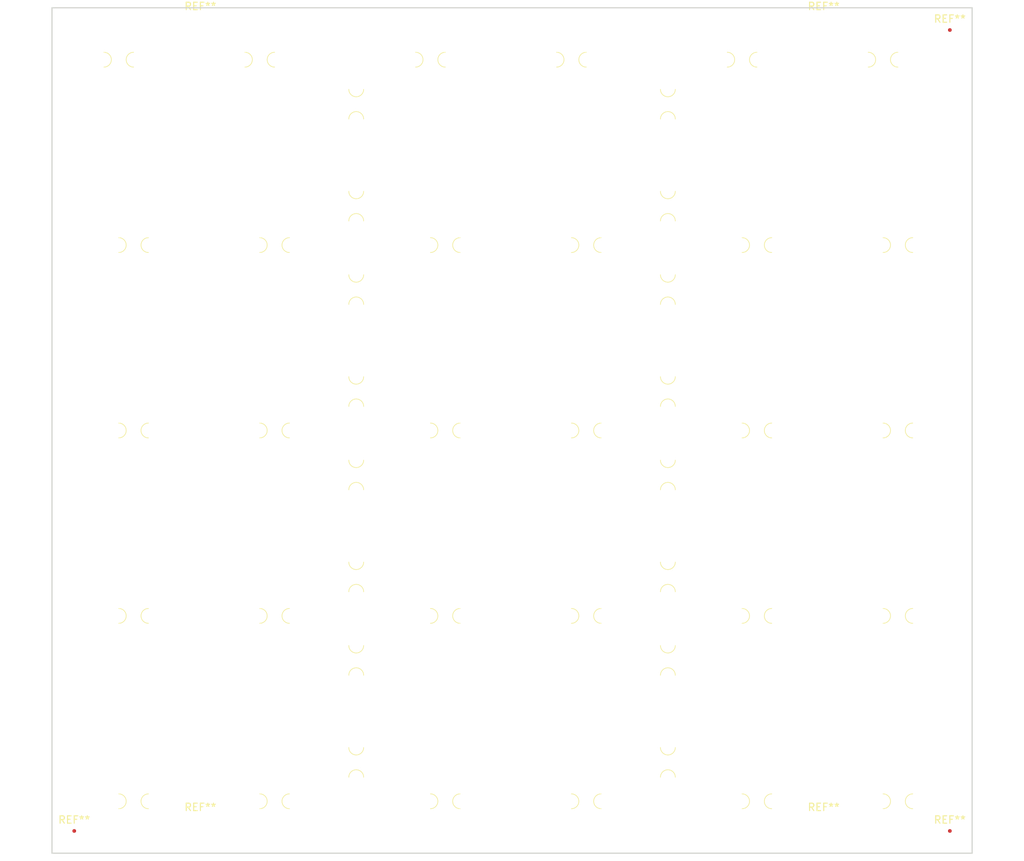
<source format=kicad_pcb>
(kicad_pcb (version 20171130) (host pcbnew 5.1.6+dfsg1-1~bpo10+1)

  (general
    (thickness 1.6)
    (drawings 154)
    (tracks 0)
    (zones 0)
    (modules 53)
    (nets 1)
  )

  (page A4)
  (title_block
    (title "GPDI PMOD for ULX3S")
    (date 2020-09-08)
    (rev 1.4)
  )

  (layers
    (0 F.Cu signal)
    (1 GND.Cu power)
    (2 VCC.Cu power)
    (31 B.Cu signal)
    (32 B.Adhes user)
    (33 F.Adhes user)
    (34 B.Paste user)
    (35 F.Paste user)
    (36 B.SilkS user)
    (37 F.SilkS user)
    (38 B.Mask user)
    (39 F.Mask user)
    (40 Dwgs.User user)
    (41 Cmts.User user)
    (42 Eco1.User user)
    (43 Eco2.User user)
    (44 Edge.Cuts user)
    (45 Margin user)
    (46 B.CrtYd user)
    (47 F.CrtYd user)
    (48 B.Fab user)
    (49 F.Fab user)
  )

  (setup
    (last_trace_width 0.25)
    (user_trace_width 0.2)
    (user_trace_width 0.25)
    (user_trace_width 0.5)
    (user_trace_width 0.75)
    (user_trace_width 1)
    (trace_clearance 0.2)
    (zone_clearance 0.508)
    (zone_45_only no)
    (trace_min 0.2)
    (via_size 0.8)
    (via_drill 0.4)
    (via_min_size 0.2)
    (via_min_drill 0.1)
    (user_via 0.2 0.1)
    (user_via 0.4 0.2)
    (user_via 0.6 0.3)
    (uvia_size 0.3)
    (uvia_drill 0.1)
    (uvias_allowed no)
    (uvia_min_size 0.2)
    (uvia_min_drill 0.1)
    (edge_width 0.15)
    (segment_width 0.2)
    (pcb_text_width 0.3)
    (pcb_text_size 1.5 1.5)
    (mod_edge_width 0.15)
    (mod_text_size 1 1)
    (mod_text_width 0.15)
    (pad_size 1.524 1.524)
    (pad_drill 0.762)
    (pad_to_mask_clearance 0.051)
    (solder_mask_min_width 0.25)
    (aux_axis_origin 0 0)
    (grid_origin 246.95 17.475)
    (visible_elements 7FFFFFFF)
    (pcbplotparams
      (layerselection 0x010fc_ffffffff)
      (usegerberextensions false)
      (usegerberattributes false)
      (usegerberadvancedattributes false)
      (creategerberjobfile false)
      (excludeedgelayer true)
      (linewidth 0.100000)
      (plotframeref false)
      (viasonmask false)
      (mode 1)
      (useauxorigin false)
      (hpglpennumber 1)
      (hpglpenspeed 20)
      (hpglpendiameter 15.000000)
      (psnegative false)
      (psa4output false)
      (plotreference true)
      (plotvalue true)
      (plotinvisibletext false)
      (padsonsilk false)
      (subtractmaskfromsilk false)
      (outputformat 1)
      (mirror false)
      (drillshape 0)
      (scaleselection 1)
      (outputdirectory "Gerber/new"))
  )

  (net 0 "")

  (net_class Default "This is the default net class."
    (clearance 0.2)
    (trace_width 0.25)
    (via_dia 0.8)
    (via_drill 0.4)
    (uvia_dia 0.3)
    (uvia_drill 0.1)
  )

  (module MountingHole:MountingHole_2.2mm_M2 (layer F.Cu) (tedit 56D1B4CB) (tstamp 5F58099D)
    (at 142.95 -91.525)
    (descr "Mounting Hole 2.2mm, no annular, M2")
    (tags "mounting hole 2.2mm no annular m2")
    (attr virtual)
    (fp_text reference REF** (at 0 -3.2) (layer F.SilkS)
      (effects (font (size 1 1) (thickness 0.15)))
    )
    (fp_text value MountingHole_2.2mm_M2 (at 0 3.2) (layer F.Fab)
      (effects (font (size 1 1) (thickness 0.15)))
    )
    (fp_circle (center 0 0) (end 2.45 0) (layer F.CrtYd) (width 0.05))
    (fp_circle (center 0 0) (end 2.2 0) (layer Cmts.User) (width 0.15))
    (fp_text user %R (at 0.3 0) (layer F.Fab)
      (effects (font (size 1 1) (thickness 0.15)))
    )
    (pad 1 np_thru_hole circle (at 0 0) (size 2.2 2.2) (drill 2.2) (layers *.Cu *.Mask))
  )

  (module MountingHole:MountingHole_2.2mm_M2 (layer F.Cu) (tedit 56D1B4CB) (tstamp 5F580970)
    (at 226.95 -91.525)
    (descr "Mounting Hole 2.2mm, no annular, M2")
    (tags "mounting hole 2.2mm no annular m2")
    (attr virtual)
    (fp_text reference REF** (at 0 -3.2) (layer F.SilkS)
      (effects (font (size 1 1) (thickness 0.15)))
    )
    (fp_text value MountingHole_2.2mm_M2 (at 0 3.2) (layer F.Fab)
      (effects (font (size 1 1) (thickness 0.15)))
    )
    (fp_circle (center 0 0) (end 2.2 0) (layer Cmts.User) (width 0.15))
    (fp_circle (center 0 0) (end 2.45 0) (layer F.CrtYd) (width 0.05))
    (fp_text user %R (at 0.3 0) (layer F.Fab)
      (effects (font (size 1 1) (thickness 0.15)))
    )
    (pad 1 np_thru_hole circle (at 0 0) (size 2.2 2.2) (drill 2.2) (layers *.Cu *.Mask))
  )

  (module MountingHole:MountingHole_2.2mm_M2 (layer F.Cu) (tedit 56D1B4CB) (tstamp 5F580943)
    (at 142.95 16.475)
    (descr "Mounting Hole 2.2mm, no annular, M2")
    (tags "mounting hole 2.2mm no annular m2")
    (attr virtual)
    (fp_text reference REF** (at 0 -3.2) (layer F.SilkS)
      (effects (font (size 1 1) (thickness 0.15)))
    )
    (fp_text value MountingHole_2.2mm_M2 (at 0 3.2) (layer F.Fab)
      (effects (font (size 1 1) (thickness 0.15)))
    )
    (fp_circle (center 0 0) (end 2.2 0) (layer Cmts.User) (width 0.15))
    (fp_circle (center 0 0) (end 2.45 0) (layer F.CrtYd) (width 0.05))
    (fp_text user %R (at 0.3 0) (layer F.Fab)
      (effects (font (size 1 1) (thickness 0.15)))
    )
    (pad 1 np_thru_hole circle (at 0 0) (size 2.2 2.2) (drill 2.2) (layers *.Cu *.Mask))
  )

  (module MountingHole:MountingHole_2.2mm_M2 (layer F.Cu) (tedit 56D1B4CB) (tstamp 5F580929)
    (at 226.95 16.475)
    (descr "Mounting Hole 2.2mm, no annular, M2")
    (tags "mounting hole 2.2mm no annular m2")
    (attr virtual)
    (fp_text reference REF** (at 0 -3.2) (layer F.SilkS)
      (effects (font (size 1 1) (thickness 0.15)))
    )
    (fp_text value MountingHole_2.2mm_M2 (at 0 3.2) (layer F.Fab)
      (effects (font (size 1 1) (thickness 0.15)))
    )
    (fp_circle (center 0 0) (end 2.45 0) (layer F.CrtYd) (width 0.05))
    (fp_circle (center 0 0) (end 2.2 0) (layer Cmts.User) (width 0.15))
    (fp_text user %R (at 0.3 0) (layer F.Fab)
      (effects (font (size 1 1) (thickness 0.15)))
    )
    (pad 1 np_thru_hole circle (at 0 0) (size 2.2 2.2) (drill 2.2) (layers *.Cu *.Mask))
  )

  (module Fiducial:Fiducial_0.5mm_Mask1mm (layer F.Cu) (tedit 5C18CB26) (tstamp 5F5803C0)
    (at 243.95 -91.525)
    (descr "Circular Fiducial, 0.5mm bare copper, 1mm soldermask opening (Level C)")
    (tags fiducial)
    (attr smd)
    (fp_text reference REF** (at 0 -1.5) (layer F.SilkS)
      (effects (font (size 1 1) (thickness 0.15)))
    )
    (fp_text value Fiducial_0.5mm_Mask1mm (at 0 1.5) (layer F.Fab)
      (effects (font (size 1 1) (thickness 0.15)))
    )
    (fp_circle (center 0 0) (end 0.75 0) (layer F.CrtYd) (width 0.05))
    (fp_circle (center 0 0) (end 0.5 0) (layer F.Fab) (width 0.1))
    (fp_text user %R (at 0 0) (layer F.Fab)
      (effects (font (size 0.2 0.2) (thickness 0.04)))
    )
    (pad "" smd circle (at 0 0) (size 0.5 0.5) (layers F.Cu F.Mask)
      (solder_mask_margin 0.25) (clearance 0.25))
  )

  (module Fiducial:Fiducial_0.5mm_Mask1mm (layer F.Cu) (tedit 5C18CB26) (tstamp 5F5803B2)
    (at 125.95 16.475)
    (descr "Circular Fiducial, 0.5mm bare copper, 1mm soldermask opening (Level C)")
    (tags fiducial)
    (attr smd)
    (fp_text reference REF** (at 0 -1.5) (layer F.SilkS)
      (effects (font (size 1 1) (thickness 0.15)))
    )
    (fp_text value Fiducial_0.5mm_Mask1mm (at 0 1.5) (layer F.Fab)
      (effects (font (size 1 1) (thickness 0.15)))
    )
    (fp_circle (center 0 0) (end 0.5 0) (layer F.Fab) (width 0.1))
    (fp_circle (center 0 0) (end 0.75 0) (layer F.CrtYd) (width 0.05))
    (fp_text user %R (at 0 0) (layer F.Fab)
      (effects (font (size 0.2 0.2) (thickness 0.04)))
    )
    (pad "" smd circle (at 0 0) (size 0.5 0.5) (layers F.Cu F.Mask)
      (solder_mask_margin 0.25) (clearance 0.25))
  )

  (module Fiducial:Fiducial_0.5mm_Mask1mm (layer F.Cu) (tedit 5C18CB26) (tstamp 5F5803A6)
    (at 243.95 16.475)
    (descr "Circular Fiducial, 0.5mm bare copper, 1mm soldermask opening (Level C)")
    (tags fiducial)
    (attr smd)
    (fp_text reference REF** (at 0 -1.5) (layer F.SilkS)
      (effects (font (size 1 1) (thickness 0.15)))
    )
    (fp_text value Fiducial_0.5mm_Mask1mm (at 0 1.5) (layer F.Fab)
      (effects (font (size 1 1) (thickness 0.15)))
    )
    (fp_circle (center 0 0) (end 0.75 0) (layer F.CrtYd) (width 0.05))
    (fp_circle (center 0 0) (end 0.5 0) (layer F.Fab) (width 0.1))
    (fp_text user %R (at 0 0) (layer F.Fab)
      (effects (font (size 0.2 0.2) (thickness 0.04)))
    )
    (pad "" smd circle (at 0 0) (size 0.5 0.5) (layers F.Cu F.Mask)
      (solder_mask_margin 0.25) (clearance 0.25))
  )

  (module tabs:mouse-bite-2mm-slot (layer F.Cu) (tedit 551DB891) (tstamp 5F57FC90)
    (at 192.95 -87.525)
    (fp_text reference mouse-bite-2mm-slot (at 0 -2) (layer F.SilkS) hide
      (effects (font (size 1 1) (thickness 0.2)))
    )
    (fp_text value VAL** (at 0 2.1) (layer F.SilkS) hide
      (effects (font (size 1 1) (thickness 0.2)))
    )
    (fp_line (start 2 0) (end 2 0) (layer Eco1.User) (width 2))
    (fp_line (start -2 0) (end -2 0) (layer Eco1.User) (width 2))
    (fp_circle (center -2 0) (end -2 -0.06) (layer Dwgs.User) (width 0.05))
    (fp_circle (center 2 0) (end 2.06 0) (layer Dwgs.User) (width 0.05))
    (fp_arc (start 2 0) (end 2 1) (angle 180) (layer F.SilkS) (width 0.1))
    (fp_arc (start -2 0) (end -2 -1) (angle 180) (layer F.SilkS) (width 0.1))
    (pad "" np_thru_hole circle (at 0.75 0.75) (size 0.5 0.5) (drill 0.5) (layers *.Cu *.Mask))
    (pad "" np_thru_hole circle (at -0.75 0.75) (size 0.5 0.5) (drill 0.5) (layers *.Cu *.Mask))
    (pad "" np_thru_hole circle (at -0.75 -0.75) (size 0.5 0.5) (drill 0.5) (layers *.Cu *.Mask))
    (pad "" np_thru_hole circle (at 0.75 -0.75) (size 0.5 0.5) (drill 0.5) (layers *.Cu *.Mask))
    (pad "" np_thru_hole circle (at 0 0.75) (size 0.5 0.5) (drill 0.5) (layers *.Cu *.Mask))
    (pad "" np_thru_hole circle (at 0 -0.75) (size 0.5 0.5) (drill 0.5) (layers *.Cu *.Mask))
  )

  (module tabs:mouse-bite-2mm-slot (layer F.Cu) (tedit 551DB891) (tstamp 5F57FC81)
    (at 215.95 -87.525)
    (fp_text reference mouse-bite-2mm-slot (at 0 -2) (layer F.SilkS) hide
      (effects (font (size 1 1) (thickness 0.2)))
    )
    (fp_text value VAL** (at 0 2.1) (layer F.SilkS) hide
      (effects (font (size 1 1) (thickness 0.2)))
    )
    (fp_line (start 2 0) (end 2 0) (layer Eco1.User) (width 2))
    (fp_line (start -2 0) (end -2 0) (layer Eco1.User) (width 2))
    (fp_circle (center -2 0) (end -2 -0.06) (layer Dwgs.User) (width 0.05))
    (fp_circle (center 2 0) (end 2.06 0) (layer Dwgs.User) (width 0.05))
    (fp_arc (start 2 0) (end 2 1) (angle 180) (layer F.SilkS) (width 0.1))
    (fp_arc (start -2 0) (end -2 -1) (angle 180) (layer F.SilkS) (width 0.1))
    (pad "" np_thru_hole circle (at 0.75 0.75) (size 0.5 0.5) (drill 0.5) (layers *.Cu *.Mask))
    (pad "" np_thru_hole circle (at -0.75 0.75) (size 0.5 0.5) (drill 0.5) (layers *.Cu *.Mask))
    (pad "" np_thru_hole circle (at -0.75 -0.75) (size 0.5 0.5) (drill 0.5) (layers *.Cu *.Mask))
    (pad "" np_thru_hole circle (at 0.75 -0.75) (size 0.5 0.5) (drill 0.5) (layers *.Cu *.Mask))
    (pad "" np_thru_hole circle (at 0 0.75) (size 0.5 0.5) (drill 0.5) (layers *.Cu *.Mask))
    (pad "" np_thru_hole circle (at 0 -0.75) (size 0.5 0.5) (drill 0.5) (layers *.Cu *.Mask))
  )

  (module tabs:mouse-bite-2mm-slot (layer F.Cu) (tedit 551DB891) (tstamp 5F57FC72)
    (at 150.95 -87.525)
    (fp_text reference mouse-bite-2mm-slot (at 0 -2) (layer F.SilkS) hide
      (effects (font (size 1 1) (thickness 0.2)))
    )
    (fp_text value VAL** (at 0 2.1) (layer F.SilkS) hide
      (effects (font (size 1 1) (thickness 0.2)))
    )
    (fp_circle (center 2 0) (end 2.06 0) (layer Dwgs.User) (width 0.05))
    (fp_circle (center -2 0) (end -2 -0.06) (layer Dwgs.User) (width 0.05))
    (fp_line (start -2 0) (end -2 0) (layer Eco1.User) (width 2))
    (fp_line (start 2 0) (end 2 0) (layer Eco1.User) (width 2))
    (fp_arc (start -2 0) (end -2 -1) (angle 180) (layer F.SilkS) (width 0.1))
    (fp_arc (start 2 0) (end 2 1) (angle 180) (layer F.SilkS) (width 0.1))
    (pad "" np_thru_hole circle (at 0 -0.75) (size 0.5 0.5) (drill 0.5) (layers *.Cu *.Mask))
    (pad "" np_thru_hole circle (at 0 0.75) (size 0.5 0.5) (drill 0.5) (layers *.Cu *.Mask))
    (pad "" np_thru_hole circle (at 0.75 -0.75) (size 0.5 0.5) (drill 0.5) (layers *.Cu *.Mask))
    (pad "" np_thru_hole circle (at -0.75 -0.75) (size 0.5 0.5) (drill 0.5) (layers *.Cu *.Mask))
    (pad "" np_thru_hole circle (at -0.75 0.75) (size 0.5 0.5) (drill 0.5) (layers *.Cu *.Mask))
    (pad "" np_thru_hole circle (at 0.75 0.75) (size 0.5 0.5) (drill 0.5) (layers *.Cu *.Mask))
  )

  (module tabs:mouse-bite-2mm-slot (layer F.Cu) (tedit 551DB891) (tstamp 5F57FC63)
    (at 173.95 -87.525)
    (fp_text reference mouse-bite-2mm-slot (at 0 -2) (layer F.SilkS) hide
      (effects (font (size 1 1) (thickness 0.2)))
    )
    (fp_text value VAL** (at 0 2.1) (layer F.SilkS) hide
      (effects (font (size 1 1) (thickness 0.2)))
    )
    (fp_circle (center 2 0) (end 2.06 0) (layer Dwgs.User) (width 0.05))
    (fp_circle (center -2 0) (end -2 -0.06) (layer Dwgs.User) (width 0.05))
    (fp_line (start -2 0) (end -2 0) (layer Eco1.User) (width 2))
    (fp_line (start 2 0) (end 2 0) (layer Eco1.User) (width 2))
    (fp_arc (start -2 0) (end -2 -1) (angle 180) (layer F.SilkS) (width 0.1))
    (fp_arc (start 2 0) (end 2 1) (angle 180) (layer F.SilkS) (width 0.1))
    (pad "" np_thru_hole circle (at 0 -0.75) (size 0.5 0.5) (drill 0.5) (layers *.Cu *.Mask))
    (pad "" np_thru_hole circle (at 0 0.75) (size 0.5 0.5) (drill 0.5) (layers *.Cu *.Mask))
    (pad "" np_thru_hole circle (at 0.75 -0.75) (size 0.5 0.5) (drill 0.5) (layers *.Cu *.Mask))
    (pad "" np_thru_hole circle (at -0.75 -0.75) (size 0.5 0.5) (drill 0.5) (layers *.Cu *.Mask))
    (pad "" np_thru_hole circle (at -0.75 0.75) (size 0.5 0.5) (drill 0.5) (layers *.Cu *.Mask))
    (pad "" np_thru_hole circle (at 0.75 0.75) (size 0.5 0.5) (drill 0.5) (layers *.Cu *.Mask))
  )

  (module tabs:mouse-bite-2mm-slot (layer F.Cu) (tedit 551DB891) (tstamp 5F57FC54)
    (at 131.95 -87.525)
    (fp_text reference mouse-bite-2mm-slot (at 0 -2) (layer F.SilkS) hide
      (effects (font (size 1 1) (thickness 0.2)))
    )
    (fp_text value VAL** (at 0 2.1) (layer F.SilkS) hide
      (effects (font (size 1 1) (thickness 0.2)))
    )
    (fp_line (start 2 0) (end 2 0) (layer Eco1.User) (width 2))
    (fp_line (start -2 0) (end -2 0) (layer Eco1.User) (width 2))
    (fp_circle (center -2 0) (end -2 -0.06) (layer Dwgs.User) (width 0.05))
    (fp_circle (center 2 0) (end 2.06 0) (layer Dwgs.User) (width 0.05))
    (fp_arc (start 2 0) (end 2 1) (angle 180) (layer F.SilkS) (width 0.1))
    (fp_arc (start -2 0) (end -2 -1) (angle 180) (layer F.SilkS) (width 0.1))
    (pad "" np_thru_hole circle (at 0.75 0.75) (size 0.5 0.5) (drill 0.5) (layers *.Cu *.Mask))
    (pad "" np_thru_hole circle (at -0.75 0.75) (size 0.5 0.5) (drill 0.5) (layers *.Cu *.Mask))
    (pad "" np_thru_hole circle (at -0.75 -0.75) (size 0.5 0.5) (drill 0.5) (layers *.Cu *.Mask))
    (pad "" np_thru_hole circle (at 0.75 -0.75) (size 0.5 0.5) (drill 0.5) (layers *.Cu *.Mask))
    (pad "" np_thru_hole circle (at 0 0.75) (size 0.5 0.5) (drill 0.5) (layers *.Cu *.Mask))
    (pad "" np_thru_hole circle (at 0 -0.75) (size 0.5 0.5) (drill 0.5) (layers *.Cu *.Mask))
  )

  (module tabs:mouse-bite-2mm-slot (layer F.Cu) (tedit 551DB891) (tstamp 5F57FC45)
    (at 234.95 -87.525)
    (fp_text reference mouse-bite-2mm-slot (at 0 -2) (layer F.SilkS) hide
      (effects (font (size 1 1) (thickness 0.2)))
    )
    (fp_text value VAL** (at 0 2.1) (layer F.SilkS) hide
      (effects (font (size 1 1) (thickness 0.2)))
    )
    (fp_circle (center 2 0) (end 2.06 0) (layer Dwgs.User) (width 0.05))
    (fp_circle (center -2 0) (end -2 -0.06) (layer Dwgs.User) (width 0.05))
    (fp_line (start -2 0) (end -2 0) (layer Eco1.User) (width 2))
    (fp_line (start 2 0) (end 2 0) (layer Eco1.User) (width 2))
    (fp_arc (start -2 0) (end -2 -1) (angle 180) (layer F.SilkS) (width 0.1))
    (fp_arc (start 2 0) (end 2 1) (angle 180) (layer F.SilkS) (width 0.1))
    (pad "" np_thru_hole circle (at 0 -0.75) (size 0.5 0.5) (drill 0.5) (layers *.Cu *.Mask))
    (pad "" np_thru_hole circle (at 0 0.75) (size 0.5 0.5) (drill 0.5) (layers *.Cu *.Mask))
    (pad "" np_thru_hole circle (at 0.75 -0.75) (size 0.5 0.5) (drill 0.5) (layers *.Cu *.Mask))
    (pad "" np_thru_hole circle (at -0.75 -0.75) (size 0.5 0.5) (drill 0.5) (layers *.Cu *.Mask))
    (pad "" np_thru_hole circle (at -0.75 0.75) (size 0.5 0.5) (drill 0.5) (layers *.Cu *.Mask))
    (pad "" np_thru_hole circle (at 0.75 0.75) (size 0.5 0.5) (drill 0.5) (layers *.Cu *.Mask))
  )

  (module tabs:mouse-bite-2mm-slot (layer F.Cu) (tedit 551DB891) (tstamp 5F57FA64)
    (at 205.95 7.225 90)
    (fp_text reference mouse-bite-2mm-slot (at 0 -2 90) (layer F.SilkS) hide
      (effects (font (size 1 1) (thickness 0.2)))
    )
    (fp_text value VAL** (at 0 2.1 90) (layer F.SilkS) hide
      (effects (font (size 1 1) (thickness 0.2)))
    )
    (fp_line (start 2 0) (end 2 0) (layer Eco1.User) (width 2))
    (fp_line (start -2 0) (end -2 0) (layer Eco1.User) (width 2))
    (fp_circle (center -2 0) (end -2 -0.06) (layer Dwgs.User) (width 0.05))
    (fp_circle (center 2 0) (end 2.06 0) (layer Dwgs.User) (width 0.05))
    (fp_arc (start 2 0) (end 2 1) (angle 180) (layer F.SilkS) (width 0.1))
    (fp_arc (start -2 0) (end -2 -1) (angle 180) (layer F.SilkS) (width 0.1))
    (pad "" np_thru_hole circle (at 0.75 0.75 90) (size 0.5 0.5) (drill 0.5) (layers *.Cu *.Mask))
    (pad "" np_thru_hole circle (at -0.75 0.75 90) (size 0.5 0.5) (drill 0.5) (layers *.Cu *.Mask))
    (pad "" np_thru_hole circle (at -0.75 -0.75 90) (size 0.5 0.5) (drill 0.5) (layers *.Cu *.Mask))
    (pad "" np_thru_hole circle (at 0.75 -0.75 90) (size 0.5 0.5) (drill 0.5) (layers *.Cu *.Mask))
    (pad "" np_thru_hole circle (at 0 0.75 90) (size 0.5 0.5) (drill 0.5) (layers *.Cu *.Mask))
    (pad "" np_thru_hole circle (at 0 -0.75 90) (size 0.5 0.5) (drill 0.5) (layers *.Cu *.Mask))
  )

  (module tabs:mouse-bite-2mm-slot (layer F.Cu) (tedit 551DB891) (tstamp 5F57FA55)
    (at 133.95 12.475)
    (fp_text reference mouse-bite-2mm-slot (at 0 -2) (layer F.SilkS) hide
      (effects (font (size 1 1) (thickness 0.2)))
    )
    (fp_text value VAL** (at 0 2.1) (layer F.SilkS) hide
      (effects (font (size 1 1) (thickness 0.2)))
    )
    (fp_circle (center 2 0) (end 2.06 0) (layer Dwgs.User) (width 0.05))
    (fp_circle (center -2 0) (end -2 -0.06) (layer Dwgs.User) (width 0.05))
    (fp_line (start -2 0) (end -2 0) (layer Eco1.User) (width 2))
    (fp_line (start 2 0) (end 2 0) (layer Eco1.User) (width 2))
    (fp_arc (start -2 0) (end -2 -1) (angle 180) (layer F.SilkS) (width 0.1))
    (fp_arc (start 2 0) (end 2 1) (angle 180) (layer F.SilkS) (width 0.1))
    (pad "" np_thru_hole circle (at 0 -0.75) (size 0.5 0.5) (drill 0.5) (layers *.Cu *.Mask))
    (pad "" np_thru_hole circle (at 0 0.75) (size 0.5 0.5) (drill 0.5) (layers *.Cu *.Mask))
    (pad "" np_thru_hole circle (at 0.75 -0.75) (size 0.5 0.5) (drill 0.5) (layers *.Cu *.Mask))
    (pad "" np_thru_hole circle (at -0.75 -0.75) (size 0.5 0.5) (drill 0.5) (layers *.Cu *.Mask))
    (pad "" np_thru_hole circle (at -0.75 0.75) (size 0.5 0.5) (drill 0.5) (layers *.Cu *.Mask))
    (pad "" np_thru_hole circle (at 0.75 0.75) (size 0.5 0.5) (drill 0.5) (layers *.Cu *.Mask))
  )

  (module tabs:mouse-bite-2mm-slot (layer F.Cu) (tedit 551DB891) (tstamp 5F57FA46)
    (at 163.95 -6.525 90)
    (fp_text reference mouse-bite-2mm-slot (at 0 -2 90) (layer F.SilkS) hide
      (effects (font (size 1 1) (thickness 0.2)))
    )
    (fp_text value VAL** (at 0 2.1 90) (layer F.SilkS) hide
      (effects (font (size 1 1) (thickness 0.2)))
    )
    (fp_line (start 2 0) (end 2 0) (layer Eco1.User) (width 2))
    (fp_line (start -2 0) (end -2 0) (layer Eco1.User) (width 2))
    (fp_circle (center -2 0) (end -2 -0.06) (layer Dwgs.User) (width 0.05))
    (fp_circle (center 2 0) (end 2.06 0) (layer Dwgs.User) (width 0.05))
    (fp_arc (start 2 0) (end 2 1) (angle 180) (layer F.SilkS) (width 0.1))
    (fp_arc (start -2 0) (end -2 -1) (angle 180) (layer F.SilkS) (width 0.1))
    (pad "" np_thru_hole circle (at 0.75 0.75 90) (size 0.5 0.5) (drill 0.5) (layers *.Cu *.Mask))
    (pad "" np_thru_hole circle (at -0.75 0.75 90) (size 0.5 0.5) (drill 0.5) (layers *.Cu *.Mask))
    (pad "" np_thru_hole circle (at -0.75 -0.75 90) (size 0.5 0.5) (drill 0.5) (layers *.Cu *.Mask))
    (pad "" np_thru_hole circle (at 0.75 -0.75 90) (size 0.5 0.5) (drill 0.5) (layers *.Cu *.Mask))
    (pad "" np_thru_hole circle (at 0 0.75 90) (size 0.5 0.5) (drill 0.5) (layers *.Cu *.Mask))
    (pad "" np_thru_hole circle (at 0 -0.75 90) (size 0.5 0.5) (drill 0.5) (layers *.Cu *.Mask))
  )

  (module tabs:mouse-bite-2mm-slot (layer F.Cu) (tedit 551DB891) (tstamp 5F57FA37)
    (at 205.95 -6.525 90)
    (fp_text reference mouse-bite-2mm-slot (at 0 -2 90) (layer F.SilkS) hide
      (effects (font (size 1 1) (thickness 0.2)))
    )
    (fp_text value VAL** (at 0 2.1 90) (layer F.SilkS) hide
      (effects (font (size 1 1) (thickness 0.2)))
    )
    (fp_circle (center 2 0) (end 2.06 0) (layer Dwgs.User) (width 0.05))
    (fp_circle (center -2 0) (end -2 -0.06) (layer Dwgs.User) (width 0.05))
    (fp_line (start -2 0) (end -2 0) (layer Eco1.User) (width 2))
    (fp_line (start 2 0) (end 2 0) (layer Eco1.User) (width 2))
    (fp_arc (start -2 0) (end -2 -1) (angle 180) (layer F.SilkS) (width 0.1))
    (fp_arc (start 2 0) (end 2 1) (angle 180) (layer F.SilkS) (width 0.1))
    (pad "" np_thru_hole circle (at 0 -0.75 90) (size 0.5 0.5) (drill 0.5) (layers *.Cu *.Mask))
    (pad "" np_thru_hole circle (at 0 0.75 90) (size 0.5 0.5) (drill 0.5) (layers *.Cu *.Mask))
    (pad "" np_thru_hole circle (at 0.75 -0.75 90) (size 0.5 0.5) (drill 0.5) (layers *.Cu *.Mask))
    (pad "" np_thru_hole circle (at -0.75 -0.75 90) (size 0.5 0.5) (drill 0.5) (layers *.Cu *.Mask))
    (pad "" np_thru_hole circle (at -0.75 0.75 90) (size 0.5 0.5) (drill 0.5) (layers *.Cu *.Mask))
    (pad "" np_thru_hole circle (at 0.75 0.75 90) (size 0.5 0.5) (drill 0.5) (layers *.Cu *.Mask))
  )

  (module tabs:mouse-bite-2mm-slot (layer F.Cu) (tedit 551DB891) (tstamp 5F57FA28)
    (at 175.95 12.475)
    (fp_text reference mouse-bite-2mm-slot (at 0 -2) (layer F.SilkS) hide
      (effects (font (size 1 1) (thickness 0.2)))
    )
    (fp_text value VAL** (at 0 2.1) (layer F.SilkS) hide
      (effects (font (size 1 1) (thickness 0.2)))
    )
    (fp_line (start 2 0) (end 2 0) (layer Eco1.User) (width 2))
    (fp_line (start -2 0) (end -2 0) (layer Eco1.User) (width 2))
    (fp_circle (center -2 0) (end -2 -0.06) (layer Dwgs.User) (width 0.05))
    (fp_circle (center 2 0) (end 2.06 0) (layer Dwgs.User) (width 0.05))
    (fp_arc (start 2 0) (end 2 1) (angle 180) (layer F.SilkS) (width 0.1))
    (fp_arc (start -2 0) (end -2 -1) (angle 180) (layer F.SilkS) (width 0.1))
    (pad "" np_thru_hole circle (at 0.75 0.75) (size 0.5 0.5) (drill 0.5) (layers *.Cu *.Mask))
    (pad "" np_thru_hole circle (at -0.75 0.75) (size 0.5 0.5) (drill 0.5) (layers *.Cu *.Mask))
    (pad "" np_thru_hole circle (at -0.75 -0.75) (size 0.5 0.5) (drill 0.5) (layers *.Cu *.Mask))
    (pad "" np_thru_hole circle (at 0.75 -0.75) (size 0.5 0.5) (drill 0.5) (layers *.Cu *.Mask))
    (pad "" np_thru_hole circle (at 0 0.75) (size 0.5 0.5) (drill 0.5) (layers *.Cu *.Mask))
    (pad "" np_thru_hole circle (at 0 -0.75) (size 0.5 0.5) (drill 0.5) (layers *.Cu *.Mask))
  )

  (module tabs:mouse-bite-2mm-slot (layer F.Cu) (tedit 551DB891) (tstamp 5F57FA19)
    (at 236.95 12.475)
    (fp_text reference mouse-bite-2mm-slot (at 0 -2) (layer F.SilkS) hide
      (effects (font (size 1 1) (thickness 0.2)))
    )
    (fp_text value VAL** (at 0 2.1) (layer F.SilkS) hide
      (effects (font (size 1 1) (thickness 0.2)))
    )
    (fp_line (start 2 0) (end 2 0) (layer Eco1.User) (width 2))
    (fp_line (start -2 0) (end -2 0) (layer Eco1.User) (width 2))
    (fp_circle (center -2 0) (end -2 -0.06) (layer Dwgs.User) (width 0.05))
    (fp_circle (center 2 0) (end 2.06 0) (layer Dwgs.User) (width 0.05))
    (fp_arc (start 2 0) (end 2 1) (angle 180) (layer F.SilkS) (width 0.1))
    (fp_arc (start -2 0) (end -2 -1) (angle 180) (layer F.SilkS) (width 0.1))
    (pad "" np_thru_hole circle (at 0.75 0.75) (size 0.5 0.5) (drill 0.5) (layers *.Cu *.Mask))
    (pad "" np_thru_hole circle (at -0.75 0.75) (size 0.5 0.5) (drill 0.5) (layers *.Cu *.Mask))
    (pad "" np_thru_hole circle (at -0.75 -0.75) (size 0.5 0.5) (drill 0.5) (layers *.Cu *.Mask))
    (pad "" np_thru_hole circle (at 0.75 -0.75) (size 0.5 0.5) (drill 0.5) (layers *.Cu *.Mask))
    (pad "" np_thru_hole circle (at 0 0.75) (size 0.5 0.5) (drill 0.5) (layers *.Cu *.Mask))
    (pad "" np_thru_hole circle (at 0 -0.75) (size 0.5 0.5) (drill 0.5) (layers *.Cu *.Mask))
  )

  (module tabs:mouse-bite-2mm-slot (layer F.Cu) (tedit 551DB891) (tstamp 5F57FA0A)
    (at 163.95 7.225 90)
    (fp_text reference mouse-bite-2mm-slot (at 0 -2 90) (layer F.SilkS) hide
      (effects (font (size 1 1) (thickness 0.2)))
    )
    (fp_text value VAL** (at 0 2.1 90) (layer F.SilkS) hide
      (effects (font (size 1 1) (thickness 0.2)))
    )
    (fp_circle (center 2 0) (end 2.06 0) (layer Dwgs.User) (width 0.05))
    (fp_circle (center -2 0) (end -2 -0.06) (layer Dwgs.User) (width 0.05))
    (fp_line (start -2 0) (end -2 0) (layer Eco1.User) (width 2))
    (fp_line (start 2 0) (end 2 0) (layer Eco1.User) (width 2))
    (fp_arc (start -2 0) (end -2 -1) (angle 180) (layer F.SilkS) (width 0.1))
    (fp_arc (start 2 0) (end 2 1) (angle 180) (layer F.SilkS) (width 0.1))
    (pad "" np_thru_hole circle (at 0 -0.75 90) (size 0.5 0.5) (drill 0.5) (layers *.Cu *.Mask))
    (pad "" np_thru_hole circle (at 0 0.75 90) (size 0.5 0.5) (drill 0.5) (layers *.Cu *.Mask))
    (pad "" np_thru_hole circle (at 0.75 -0.75 90) (size 0.5 0.5) (drill 0.5) (layers *.Cu *.Mask))
    (pad "" np_thru_hole circle (at -0.75 -0.75 90) (size 0.5 0.5) (drill 0.5) (layers *.Cu *.Mask))
    (pad "" np_thru_hole circle (at -0.75 0.75 90) (size 0.5 0.5) (drill 0.5) (layers *.Cu *.Mask))
    (pad "" np_thru_hole circle (at 0.75 0.75 90) (size 0.5 0.5) (drill 0.5) (layers *.Cu *.Mask))
  )

  (module tabs:mouse-bite-2mm-slot (layer F.Cu) (tedit 551DB891) (tstamp 5F57F9FB)
    (at 152.95 12.475)
    (fp_text reference mouse-bite-2mm-slot (at 0 -2) (layer F.SilkS) hide
      (effects (font (size 1 1) (thickness 0.2)))
    )
    (fp_text value VAL** (at 0 2.1) (layer F.SilkS) hide
      (effects (font (size 1 1) (thickness 0.2)))
    )
    (fp_line (start 2 0) (end 2 0) (layer Eco1.User) (width 2))
    (fp_line (start -2 0) (end -2 0) (layer Eco1.User) (width 2))
    (fp_circle (center -2 0) (end -2 -0.06) (layer Dwgs.User) (width 0.05))
    (fp_circle (center 2 0) (end 2.06 0) (layer Dwgs.User) (width 0.05))
    (fp_arc (start 2 0) (end 2 1) (angle 180) (layer F.SilkS) (width 0.1))
    (fp_arc (start -2 0) (end -2 -1) (angle 180) (layer F.SilkS) (width 0.1))
    (pad "" np_thru_hole circle (at 0.75 0.75) (size 0.5 0.5) (drill 0.5) (layers *.Cu *.Mask))
    (pad "" np_thru_hole circle (at -0.75 0.75) (size 0.5 0.5) (drill 0.5) (layers *.Cu *.Mask))
    (pad "" np_thru_hole circle (at -0.75 -0.75) (size 0.5 0.5) (drill 0.5) (layers *.Cu *.Mask))
    (pad "" np_thru_hole circle (at 0.75 -0.75) (size 0.5 0.5) (drill 0.5) (layers *.Cu *.Mask))
    (pad "" np_thru_hole circle (at 0 0.75) (size 0.5 0.5) (drill 0.5) (layers *.Cu *.Mask))
    (pad "" np_thru_hole circle (at 0 -0.75) (size 0.5 0.5) (drill 0.5) (layers *.Cu *.Mask))
  )

  (module tabs:mouse-bite-2mm-slot (layer F.Cu) (tedit 551DB891) (tstamp 5F57F9EC)
    (at 217.95 12.475)
    (fp_text reference mouse-bite-2mm-slot (at 0 -2) (layer F.SilkS) hide
      (effects (font (size 1 1) (thickness 0.2)))
    )
    (fp_text value VAL** (at 0 2.1) (layer F.SilkS) hide
      (effects (font (size 1 1) (thickness 0.2)))
    )
    (fp_circle (center 2 0) (end 2.06 0) (layer Dwgs.User) (width 0.05))
    (fp_circle (center -2 0) (end -2 -0.06) (layer Dwgs.User) (width 0.05))
    (fp_line (start -2 0) (end -2 0) (layer Eco1.User) (width 2))
    (fp_line (start 2 0) (end 2 0) (layer Eco1.User) (width 2))
    (fp_arc (start -2 0) (end -2 -1) (angle 180) (layer F.SilkS) (width 0.1))
    (fp_arc (start 2 0) (end 2 1) (angle 180) (layer F.SilkS) (width 0.1))
    (pad "" np_thru_hole circle (at 0 -0.75) (size 0.5 0.5) (drill 0.5) (layers *.Cu *.Mask))
    (pad "" np_thru_hole circle (at 0 0.75) (size 0.5 0.5) (drill 0.5) (layers *.Cu *.Mask))
    (pad "" np_thru_hole circle (at 0.75 -0.75) (size 0.5 0.5) (drill 0.5) (layers *.Cu *.Mask))
    (pad "" np_thru_hole circle (at -0.75 -0.75) (size 0.5 0.5) (drill 0.5) (layers *.Cu *.Mask))
    (pad "" np_thru_hole circle (at -0.75 0.75) (size 0.5 0.5) (drill 0.5) (layers *.Cu *.Mask))
    (pad "" np_thru_hole circle (at 0.75 0.75) (size 0.5 0.5) (drill 0.5) (layers *.Cu *.Mask))
  )

  (module tabs:mouse-bite-2mm-slot (layer F.Cu) (tedit 551DB891) (tstamp 5F57F9DD)
    (at 194.95 12.475)
    (fp_text reference mouse-bite-2mm-slot (at 0 -2) (layer F.SilkS) hide
      (effects (font (size 1 1) (thickness 0.2)))
    )
    (fp_text value VAL** (at 0 2.1) (layer F.SilkS) hide
      (effects (font (size 1 1) (thickness 0.2)))
    )
    (fp_circle (center 2 0) (end 2.06 0) (layer Dwgs.User) (width 0.05))
    (fp_circle (center -2 0) (end -2 -0.06) (layer Dwgs.User) (width 0.05))
    (fp_line (start -2 0) (end -2 0) (layer Eco1.User) (width 2))
    (fp_line (start 2 0) (end 2 0) (layer Eco1.User) (width 2))
    (fp_arc (start -2 0) (end -2 -1) (angle 180) (layer F.SilkS) (width 0.1))
    (fp_arc (start 2 0) (end 2 1) (angle 180) (layer F.SilkS) (width 0.1))
    (pad "" np_thru_hole circle (at 0 -0.75) (size 0.5 0.5) (drill 0.5) (layers *.Cu *.Mask))
    (pad "" np_thru_hole circle (at 0 0.75) (size 0.5 0.5) (drill 0.5) (layers *.Cu *.Mask))
    (pad "" np_thru_hole circle (at 0.75 -0.75) (size 0.5 0.5) (drill 0.5) (layers *.Cu *.Mask))
    (pad "" np_thru_hole circle (at -0.75 -0.75) (size 0.5 0.5) (drill 0.5) (layers *.Cu *.Mask))
    (pad "" np_thru_hole circle (at -0.75 0.75) (size 0.5 0.5) (drill 0.5) (layers *.Cu *.Mask))
    (pad "" np_thru_hole circle (at 0.75 0.75) (size 0.5 0.5) (drill 0.5) (layers *.Cu *.Mask))
  )

  (module tabs:mouse-bite-2mm-slot (layer F.Cu) (tedit 551DB891) (tstamp 5F57F91A)
    (at 236.95 -12.525)
    (fp_text reference mouse-bite-2mm-slot (at 0 -2) (layer F.SilkS) hide
      (effects (font (size 1 1) (thickness 0.2)))
    )
    (fp_text value VAL** (at 0 2.1) (layer F.SilkS) hide
      (effects (font (size 1 1) (thickness 0.2)))
    )
    (fp_circle (center 2 0) (end 2.06 0) (layer Dwgs.User) (width 0.05))
    (fp_circle (center -2 0) (end -2 -0.06) (layer Dwgs.User) (width 0.05))
    (fp_line (start -2 0) (end -2 0) (layer Eco1.User) (width 2))
    (fp_line (start 2 0) (end 2 0) (layer Eco1.User) (width 2))
    (fp_arc (start -2 0) (end -2 -1) (angle 180) (layer F.SilkS) (width 0.1))
    (fp_arc (start 2 0) (end 2 1) (angle 180) (layer F.SilkS) (width 0.1))
    (pad "" np_thru_hole circle (at 0 -0.75) (size 0.5 0.5) (drill 0.5) (layers *.Cu *.Mask))
    (pad "" np_thru_hole circle (at 0 0.75) (size 0.5 0.5) (drill 0.5) (layers *.Cu *.Mask))
    (pad "" np_thru_hole circle (at 0.75 -0.75) (size 0.5 0.5) (drill 0.5) (layers *.Cu *.Mask))
    (pad "" np_thru_hole circle (at -0.75 -0.75) (size 0.5 0.5) (drill 0.5) (layers *.Cu *.Mask))
    (pad "" np_thru_hole circle (at -0.75 0.75) (size 0.5 0.5) (drill 0.5) (layers *.Cu *.Mask))
    (pad "" np_thru_hole circle (at 0.75 0.75) (size 0.5 0.5) (drill 0.5) (layers *.Cu *.Mask))
  )

  (module tabs:mouse-bite-2mm-slot (layer F.Cu) (tedit 551DB891) (tstamp 5F57F90B)
    (at 133.95 -12.525)
    (fp_text reference mouse-bite-2mm-slot (at 0 -2) (layer F.SilkS) hide
      (effects (font (size 1 1) (thickness 0.2)))
    )
    (fp_text value VAL** (at 0 2.1) (layer F.SilkS) hide
      (effects (font (size 1 1) (thickness 0.2)))
    )
    (fp_line (start 2 0) (end 2 0) (layer Eco1.User) (width 2))
    (fp_line (start -2 0) (end -2 0) (layer Eco1.User) (width 2))
    (fp_circle (center -2 0) (end -2 -0.06) (layer Dwgs.User) (width 0.05))
    (fp_circle (center 2 0) (end 2.06 0) (layer Dwgs.User) (width 0.05))
    (fp_arc (start 2 0) (end 2 1) (angle 180) (layer F.SilkS) (width 0.1))
    (fp_arc (start -2 0) (end -2 -1) (angle 180) (layer F.SilkS) (width 0.1))
    (pad "" np_thru_hole circle (at 0.75 0.75) (size 0.5 0.5) (drill 0.5) (layers *.Cu *.Mask))
    (pad "" np_thru_hole circle (at -0.75 0.75) (size 0.5 0.5) (drill 0.5) (layers *.Cu *.Mask))
    (pad "" np_thru_hole circle (at -0.75 -0.75) (size 0.5 0.5) (drill 0.5) (layers *.Cu *.Mask))
    (pad "" np_thru_hole circle (at 0.75 -0.75) (size 0.5 0.5) (drill 0.5) (layers *.Cu *.Mask))
    (pad "" np_thru_hole circle (at 0 0.75) (size 0.5 0.5) (drill 0.5) (layers *.Cu *.Mask))
    (pad "" np_thru_hole circle (at 0 -0.75) (size 0.5 0.5) (drill 0.5) (layers *.Cu *.Mask))
  )

  (module tabs:mouse-bite-2mm-slot (layer F.Cu) (tedit 551DB891) (tstamp 5F57F8FC)
    (at 175.95 -12.525)
    (fp_text reference mouse-bite-2mm-slot (at 0 -2) (layer F.SilkS) hide
      (effects (font (size 1 1) (thickness 0.2)))
    )
    (fp_text value VAL** (at 0 2.1) (layer F.SilkS) hide
      (effects (font (size 1 1) (thickness 0.2)))
    )
    (fp_circle (center 2 0) (end 2.06 0) (layer Dwgs.User) (width 0.05))
    (fp_circle (center -2 0) (end -2 -0.06) (layer Dwgs.User) (width 0.05))
    (fp_line (start -2 0) (end -2 0) (layer Eco1.User) (width 2))
    (fp_line (start 2 0) (end 2 0) (layer Eco1.User) (width 2))
    (fp_arc (start -2 0) (end -2 -1) (angle 180) (layer F.SilkS) (width 0.1))
    (fp_arc (start 2 0) (end 2 1) (angle 180) (layer F.SilkS) (width 0.1))
    (pad "" np_thru_hole circle (at 0 -0.75) (size 0.5 0.5) (drill 0.5) (layers *.Cu *.Mask))
    (pad "" np_thru_hole circle (at 0 0.75) (size 0.5 0.5) (drill 0.5) (layers *.Cu *.Mask))
    (pad "" np_thru_hole circle (at 0.75 -0.75) (size 0.5 0.5) (drill 0.5) (layers *.Cu *.Mask))
    (pad "" np_thru_hole circle (at -0.75 -0.75) (size 0.5 0.5) (drill 0.5) (layers *.Cu *.Mask))
    (pad "" np_thru_hole circle (at -0.75 0.75) (size 0.5 0.5) (drill 0.5) (layers *.Cu *.Mask))
    (pad "" np_thru_hole circle (at 0.75 0.75) (size 0.5 0.5) (drill 0.5) (layers *.Cu *.Mask))
  )

  (module tabs:mouse-bite-2mm-slot (layer F.Cu) (tedit 551DB891) (tstamp 5F57F8ED)
    (at 163.95 -31.525 90)
    (fp_text reference mouse-bite-2mm-slot (at 0 -2 90) (layer F.SilkS) hide
      (effects (font (size 1 1) (thickness 0.2)))
    )
    (fp_text value VAL** (at 0 2.1 90) (layer F.SilkS) hide
      (effects (font (size 1 1) (thickness 0.2)))
    )
    (fp_circle (center 2 0) (end 2.06 0) (layer Dwgs.User) (width 0.05))
    (fp_circle (center -2 0) (end -2 -0.06) (layer Dwgs.User) (width 0.05))
    (fp_line (start -2 0) (end -2 0) (layer Eco1.User) (width 2))
    (fp_line (start 2 0) (end 2 0) (layer Eco1.User) (width 2))
    (fp_arc (start -2 0) (end -2 -1) (angle 180) (layer F.SilkS) (width 0.1))
    (fp_arc (start 2 0) (end 2 1) (angle 180) (layer F.SilkS) (width 0.1))
    (pad "" np_thru_hole circle (at 0 -0.75 90) (size 0.5 0.5) (drill 0.5) (layers *.Cu *.Mask))
    (pad "" np_thru_hole circle (at 0 0.75 90) (size 0.5 0.5) (drill 0.5) (layers *.Cu *.Mask))
    (pad "" np_thru_hole circle (at 0.75 -0.75 90) (size 0.5 0.5) (drill 0.5) (layers *.Cu *.Mask))
    (pad "" np_thru_hole circle (at -0.75 -0.75 90) (size 0.5 0.5) (drill 0.5) (layers *.Cu *.Mask))
    (pad "" np_thru_hole circle (at -0.75 0.75 90) (size 0.5 0.5) (drill 0.5) (layers *.Cu *.Mask))
    (pad "" np_thru_hole circle (at 0.75 0.75 90) (size 0.5 0.5) (drill 0.5) (layers *.Cu *.Mask))
  )

  (module tabs:mouse-bite-2mm-slot (layer F.Cu) (tedit 551DB891) (tstamp 5F57F8DE)
    (at 205.95 -17.775 90)
    (fp_text reference mouse-bite-2mm-slot (at 0 -2 90) (layer F.SilkS) hide
      (effects (font (size 1 1) (thickness 0.2)))
    )
    (fp_text value VAL** (at 0 2.1 90) (layer F.SilkS) hide
      (effects (font (size 1 1) (thickness 0.2)))
    )
    (fp_circle (center 2 0) (end 2.06 0) (layer Dwgs.User) (width 0.05))
    (fp_circle (center -2 0) (end -2 -0.06) (layer Dwgs.User) (width 0.05))
    (fp_line (start -2 0) (end -2 0) (layer Eco1.User) (width 2))
    (fp_line (start 2 0) (end 2 0) (layer Eco1.User) (width 2))
    (fp_arc (start -2 0) (end -2 -1) (angle 180) (layer F.SilkS) (width 0.1))
    (fp_arc (start 2 0) (end 2 1) (angle 180) (layer F.SilkS) (width 0.1))
    (pad "" np_thru_hole circle (at 0 -0.75 90) (size 0.5 0.5) (drill 0.5) (layers *.Cu *.Mask))
    (pad "" np_thru_hole circle (at 0 0.75 90) (size 0.5 0.5) (drill 0.5) (layers *.Cu *.Mask))
    (pad "" np_thru_hole circle (at 0.75 -0.75 90) (size 0.5 0.5) (drill 0.5) (layers *.Cu *.Mask))
    (pad "" np_thru_hole circle (at -0.75 -0.75 90) (size 0.5 0.5) (drill 0.5) (layers *.Cu *.Mask))
    (pad "" np_thru_hole circle (at -0.75 0.75 90) (size 0.5 0.5) (drill 0.5) (layers *.Cu *.Mask))
    (pad "" np_thru_hole circle (at 0.75 0.75 90) (size 0.5 0.5) (drill 0.5) (layers *.Cu *.Mask))
  )

  (module tabs:mouse-bite-2mm-slot (layer F.Cu) (tedit 551DB891) (tstamp 5F57F8C0)
    (at 152.95 -12.525)
    (fp_text reference mouse-bite-2mm-slot (at 0 -2) (layer F.SilkS) hide
      (effects (font (size 1 1) (thickness 0.2)))
    )
    (fp_text value VAL** (at 0 2.1) (layer F.SilkS) hide
      (effects (font (size 1 1) (thickness 0.2)))
    )
    (fp_circle (center 2 0) (end 2.06 0) (layer Dwgs.User) (width 0.05))
    (fp_circle (center -2 0) (end -2 -0.06) (layer Dwgs.User) (width 0.05))
    (fp_line (start -2 0) (end -2 0) (layer Eco1.User) (width 2))
    (fp_line (start 2 0) (end 2 0) (layer Eco1.User) (width 2))
    (fp_arc (start -2 0) (end -2 -1) (angle 180) (layer F.SilkS) (width 0.1))
    (fp_arc (start 2 0) (end 2 1) (angle 180) (layer F.SilkS) (width 0.1))
    (pad "" np_thru_hole circle (at 0 -0.75) (size 0.5 0.5) (drill 0.5) (layers *.Cu *.Mask))
    (pad "" np_thru_hole circle (at 0 0.75) (size 0.5 0.5) (drill 0.5) (layers *.Cu *.Mask))
    (pad "" np_thru_hole circle (at 0.75 -0.75) (size 0.5 0.5) (drill 0.5) (layers *.Cu *.Mask))
    (pad "" np_thru_hole circle (at -0.75 -0.75) (size 0.5 0.5) (drill 0.5) (layers *.Cu *.Mask))
    (pad "" np_thru_hole circle (at -0.75 0.75) (size 0.5 0.5) (drill 0.5) (layers *.Cu *.Mask))
    (pad "" np_thru_hole circle (at 0.75 0.75) (size 0.5 0.5) (drill 0.5) (layers *.Cu *.Mask))
  )

  (module tabs:mouse-bite-2mm-slot (layer F.Cu) (tedit 551DB891) (tstamp 5F57F8A2)
    (at 217.95 -12.525)
    (fp_text reference mouse-bite-2mm-slot (at 0 -2) (layer F.SilkS) hide
      (effects (font (size 1 1) (thickness 0.2)))
    )
    (fp_text value VAL** (at 0 2.1) (layer F.SilkS) hide
      (effects (font (size 1 1) (thickness 0.2)))
    )
    (fp_line (start 2 0) (end 2 0) (layer Eco1.User) (width 2))
    (fp_line (start -2 0) (end -2 0) (layer Eco1.User) (width 2))
    (fp_circle (center -2 0) (end -2 -0.06) (layer Dwgs.User) (width 0.05))
    (fp_circle (center 2 0) (end 2.06 0) (layer Dwgs.User) (width 0.05))
    (fp_arc (start 2 0) (end 2 1) (angle 180) (layer F.SilkS) (width 0.1))
    (fp_arc (start -2 0) (end -2 -1) (angle 180) (layer F.SilkS) (width 0.1))
    (pad "" np_thru_hole circle (at 0.75 0.75) (size 0.5 0.5) (drill 0.5) (layers *.Cu *.Mask))
    (pad "" np_thru_hole circle (at -0.75 0.75) (size 0.5 0.5) (drill 0.5) (layers *.Cu *.Mask))
    (pad "" np_thru_hole circle (at -0.75 -0.75) (size 0.5 0.5) (drill 0.5) (layers *.Cu *.Mask))
    (pad "" np_thru_hole circle (at 0.75 -0.75) (size 0.5 0.5) (drill 0.5) (layers *.Cu *.Mask))
    (pad "" np_thru_hole circle (at 0 0.75) (size 0.5 0.5) (drill 0.5) (layers *.Cu *.Mask))
    (pad "" np_thru_hole circle (at 0 -0.75) (size 0.5 0.5) (drill 0.5) (layers *.Cu *.Mask))
  )

  (module tabs:mouse-bite-2mm-slot (layer F.Cu) (tedit 551DB891) (tstamp 5F57F893)
    (at 194.95 -12.525)
    (fp_text reference mouse-bite-2mm-slot (at 0 -2) (layer F.SilkS) hide
      (effects (font (size 1 1) (thickness 0.2)))
    )
    (fp_text value VAL** (at 0 2.1) (layer F.SilkS) hide
      (effects (font (size 1 1) (thickness 0.2)))
    )
    (fp_line (start 2 0) (end 2 0) (layer Eco1.User) (width 2))
    (fp_line (start -2 0) (end -2 0) (layer Eco1.User) (width 2))
    (fp_circle (center -2 0) (end -2 -0.06) (layer Dwgs.User) (width 0.05))
    (fp_circle (center 2 0) (end 2.06 0) (layer Dwgs.User) (width 0.05))
    (fp_arc (start 2 0) (end 2 1) (angle 180) (layer F.SilkS) (width 0.1))
    (fp_arc (start -2 0) (end -2 -1) (angle 180) (layer F.SilkS) (width 0.1))
    (pad "" np_thru_hole circle (at 0.75 0.75) (size 0.5 0.5) (drill 0.5) (layers *.Cu *.Mask))
    (pad "" np_thru_hole circle (at -0.75 0.75) (size 0.5 0.5) (drill 0.5) (layers *.Cu *.Mask))
    (pad "" np_thru_hole circle (at -0.75 -0.75) (size 0.5 0.5) (drill 0.5) (layers *.Cu *.Mask))
    (pad "" np_thru_hole circle (at 0.75 -0.75) (size 0.5 0.5) (drill 0.5) (layers *.Cu *.Mask))
    (pad "" np_thru_hole circle (at 0 0.75) (size 0.5 0.5) (drill 0.5) (layers *.Cu *.Mask))
    (pad "" np_thru_hole circle (at 0 -0.75) (size 0.5 0.5) (drill 0.5) (layers *.Cu *.Mask))
  )

  (module tabs:mouse-bite-2mm-slot (layer F.Cu) (tedit 551DB891) (tstamp 5F57F884)
    (at 205.95 -31.525 90)
    (fp_text reference mouse-bite-2mm-slot (at 0 -2 90) (layer F.SilkS) hide
      (effects (font (size 1 1) (thickness 0.2)))
    )
    (fp_text value VAL** (at 0 2.1 90) (layer F.SilkS) hide
      (effects (font (size 1 1) (thickness 0.2)))
    )
    (fp_line (start 2 0) (end 2 0) (layer Eco1.User) (width 2))
    (fp_line (start -2 0) (end -2 0) (layer Eco1.User) (width 2))
    (fp_circle (center -2 0) (end -2 -0.06) (layer Dwgs.User) (width 0.05))
    (fp_circle (center 2 0) (end 2.06 0) (layer Dwgs.User) (width 0.05))
    (fp_arc (start 2 0) (end 2 1) (angle 180) (layer F.SilkS) (width 0.1))
    (fp_arc (start -2 0) (end -2 -1) (angle 180) (layer F.SilkS) (width 0.1))
    (pad "" np_thru_hole circle (at 0.75 0.75 90) (size 0.5 0.5) (drill 0.5) (layers *.Cu *.Mask))
    (pad "" np_thru_hole circle (at -0.75 0.75 90) (size 0.5 0.5) (drill 0.5) (layers *.Cu *.Mask))
    (pad "" np_thru_hole circle (at -0.75 -0.75 90) (size 0.5 0.5) (drill 0.5) (layers *.Cu *.Mask))
    (pad "" np_thru_hole circle (at 0.75 -0.75 90) (size 0.5 0.5) (drill 0.5) (layers *.Cu *.Mask))
    (pad "" np_thru_hole circle (at 0 0.75 90) (size 0.5 0.5) (drill 0.5) (layers *.Cu *.Mask))
    (pad "" np_thru_hole circle (at 0 -0.75 90) (size 0.5 0.5) (drill 0.5) (layers *.Cu *.Mask))
  )

  (module tabs:mouse-bite-2mm-slot (layer F.Cu) (tedit 551DB891) (tstamp 5F57F875)
    (at 163.95 -17.775 90)
    (fp_text reference mouse-bite-2mm-slot (at 0 -2 90) (layer F.SilkS) hide
      (effects (font (size 1 1) (thickness 0.2)))
    )
    (fp_text value VAL** (at 0 2.1 90) (layer F.SilkS) hide
      (effects (font (size 1 1) (thickness 0.2)))
    )
    (fp_line (start 2 0) (end 2 0) (layer Eco1.User) (width 2))
    (fp_line (start -2 0) (end -2 0) (layer Eco1.User) (width 2))
    (fp_circle (center -2 0) (end -2 -0.06) (layer Dwgs.User) (width 0.05))
    (fp_circle (center 2 0) (end 2.06 0) (layer Dwgs.User) (width 0.05))
    (fp_arc (start 2 0) (end 2 1) (angle 180) (layer F.SilkS) (width 0.1))
    (fp_arc (start -2 0) (end -2 -1) (angle 180) (layer F.SilkS) (width 0.1))
    (pad "" np_thru_hole circle (at 0.75 0.75 90) (size 0.5 0.5) (drill 0.5) (layers *.Cu *.Mask))
    (pad "" np_thru_hole circle (at -0.75 0.75 90) (size 0.5 0.5) (drill 0.5) (layers *.Cu *.Mask))
    (pad "" np_thru_hole circle (at -0.75 -0.75 90) (size 0.5 0.5) (drill 0.5) (layers *.Cu *.Mask))
    (pad "" np_thru_hole circle (at 0.75 -0.75 90) (size 0.5 0.5) (drill 0.5) (layers *.Cu *.Mask))
    (pad "" np_thru_hole circle (at 0 0.75 90) (size 0.5 0.5) (drill 0.5) (layers *.Cu *.Mask))
    (pad "" np_thru_hole circle (at 0 -0.75 90) (size 0.5 0.5) (drill 0.5) (layers *.Cu *.Mask))
  )

  (module tabs:mouse-bite-2mm-slot (layer F.Cu) (tedit 551DB891) (tstamp 5F57F7B2)
    (at 133.95 -37.525)
    (fp_text reference mouse-bite-2mm-slot (at 0 -2) (layer F.SilkS) hide
      (effects (font (size 1 1) (thickness 0.2)))
    )
    (fp_text value VAL** (at 0 2.1) (layer F.SilkS) hide
      (effects (font (size 1 1) (thickness 0.2)))
    )
    (fp_circle (center 2 0) (end 2.06 0) (layer Dwgs.User) (width 0.05))
    (fp_circle (center -2 0) (end -2 -0.06) (layer Dwgs.User) (width 0.05))
    (fp_line (start -2 0) (end -2 0) (layer Eco1.User) (width 2))
    (fp_line (start 2 0) (end 2 0) (layer Eco1.User) (width 2))
    (fp_arc (start -2 0) (end -2 -1) (angle 180) (layer F.SilkS) (width 0.1))
    (fp_arc (start 2 0) (end 2 1) (angle 180) (layer F.SilkS) (width 0.1))
    (pad "" np_thru_hole circle (at 0 -0.75) (size 0.5 0.5) (drill 0.5) (layers *.Cu *.Mask))
    (pad "" np_thru_hole circle (at 0 0.75) (size 0.5 0.5) (drill 0.5) (layers *.Cu *.Mask))
    (pad "" np_thru_hole circle (at 0.75 -0.75) (size 0.5 0.5) (drill 0.5) (layers *.Cu *.Mask))
    (pad "" np_thru_hole circle (at -0.75 -0.75) (size 0.5 0.5) (drill 0.5) (layers *.Cu *.Mask))
    (pad "" np_thru_hole circle (at -0.75 0.75) (size 0.5 0.5) (drill 0.5) (layers *.Cu *.Mask))
    (pad "" np_thru_hole circle (at 0.75 0.75) (size 0.5 0.5) (drill 0.5) (layers *.Cu *.Mask))
  )

  (module tabs:mouse-bite-2mm-slot (layer F.Cu) (tedit 551DB891) (tstamp 5F57F7A3)
    (at 163.95 -42.775 90)
    (fp_text reference mouse-bite-2mm-slot (at 0 -2 90) (layer F.SilkS) hide
      (effects (font (size 1 1) (thickness 0.2)))
    )
    (fp_text value VAL** (at 0 2.1 90) (layer F.SilkS) hide
      (effects (font (size 1 1) (thickness 0.2)))
    )
    (fp_circle (center 2 0) (end 2.06 0) (layer Dwgs.User) (width 0.05))
    (fp_circle (center -2 0) (end -2 -0.06) (layer Dwgs.User) (width 0.05))
    (fp_line (start -2 0) (end -2 0) (layer Eco1.User) (width 2))
    (fp_line (start 2 0) (end 2 0) (layer Eco1.User) (width 2))
    (fp_arc (start -2 0) (end -2 -1) (angle 180) (layer F.SilkS) (width 0.1))
    (fp_arc (start 2 0) (end 2 1) (angle 180) (layer F.SilkS) (width 0.1))
    (pad "" np_thru_hole circle (at 0 -0.75 90) (size 0.5 0.5) (drill 0.5) (layers *.Cu *.Mask))
    (pad "" np_thru_hole circle (at 0 0.75 90) (size 0.5 0.5) (drill 0.5) (layers *.Cu *.Mask))
    (pad "" np_thru_hole circle (at 0.75 -0.75 90) (size 0.5 0.5) (drill 0.5) (layers *.Cu *.Mask))
    (pad "" np_thru_hole circle (at -0.75 -0.75 90) (size 0.5 0.5) (drill 0.5) (layers *.Cu *.Mask))
    (pad "" np_thru_hole circle (at -0.75 0.75 90) (size 0.5 0.5) (drill 0.5) (layers *.Cu *.Mask))
    (pad "" np_thru_hole circle (at 0.75 0.75 90) (size 0.5 0.5) (drill 0.5) (layers *.Cu *.Mask))
  )

  (module tabs:mouse-bite-2mm-slot (layer F.Cu) (tedit 551DB891) (tstamp 5F57F794)
    (at 217.95 -37.525)
    (fp_text reference mouse-bite-2mm-slot (at 0 -2) (layer F.SilkS) hide
      (effects (font (size 1 1) (thickness 0.2)))
    )
    (fp_text value VAL** (at 0 2.1) (layer F.SilkS) hide
      (effects (font (size 1 1) (thickness 0.2)))
    )
    (fp_circle (center 2 0) (end 2.06 0) (layer Dwgs.User) (width 0.05))
    (fp_circle (center -2 0) (end -2 -0.06) (layer Dwgs.User) (width 0.05))
    (fp_line (start -2 0) (end -2 0) (layer Eco1.User) (width 2))
    (fp_line (start 2 0) (end 2 0) (layer Eco1.User) (width 2))
    (fp_arc (start -2 0) (end -2 -1) (angle 180) (layer F.SilkS) (width 0.1))
    (fp_arc (start 2 0) (end 2 1) (angle 180) (layer F.SilkS) (width 0.1))
    (pad "" np_thru_hole circle (at 0 -0.75) (size 0.5 0.5) (drill 0.5) (layers *.Cu *.Mask))
    (pad "" np_thru_hole circle (at 0 0.75) (size 0.5 0.5) (drill 0.5) (layers *.Cu *.Mask))
    (pad "" np_thru_hole circle (at 0.75 -0.75) (size 0.5 0.5) (drill 0.5) (layers *.Cu *.Mask))
    (pad "" np_thru_hole circle (at -0.75 -0.75) (size 0.5 0.5) (drill 0.5) (layers *.Cu *.Mask))
    (pad "" np_thru_hole circle (at -0.75 0.75) (size 0.5 0.5) (drill 0.5) (layers *.Cu *.Mask))
    (pad "" np_thru_hole circle (at 0.75 0.75) (size 0.5 0.5) (drill 0.5) (layers *.Cu *.Mask))
  )

  (module tabs:mouse-bite-2mm-slot (layer F.Cu) (tedit 551DB891) (tstamp 5F57F785)
    (at 194.95 -37.525)
    (fp_text reference mouse-bite-2mm-slot (at 0 -2) (layer F.SilkS) hide
      (effects (font (size 1 1) (thickness 0.2)))
    )
    (fp_text value VAL** (at 0 2.1) (layer F.SilkS) hide
      (effects (font (size 1 1) (thickness 0.2)))
    )
    (fp_circle (center 2 0) (end 2.06 0) (layer Dwgs.User) (width 0.05))
    (fp_circle (center -2 0) (end -2 -0.06) (layer Dwgs.User) (width 0.05))
    (fp_line (start -2 0) (end -2 0) (layer Eco1.User) (width 2))
    (fp_line (start 2 0) (end 2 0) (layer Eco1.User) (width 2))
    (fp_arc (start -2 0) (end -2 -1) (angle 180) (layer F.SilkS) (width 0.1))
    (fp_arc (start 2 0) (end 2 1) (angle 180) (layer F.SilkS) (width 0.1))
    (pad "" np_thru_hole circle (at 0 -0.75) (size 0.5 0.5) (drill 0.5) (layers *.Cu *.Mask))
    (pad "" np_thru_hole circle (at 0 0.75) (size 0.5 0.5) (drill 0.5) (layers *.Cu *.Mask))
    (pad "" np_thru_hole circle (at 0.75 -0.75) (size 0.5 0.5) (drill 0.5) (layers *.Cu *.Mask))
    (pad "" np_thru_hole circle (at -0.75 -0.75) (size 0.5 0.5) (drill 0.5) (layers *.Cu *.Mask))
    (pad "" np_thru_hole circle (at -0.75 0.75) (size 0.5 0.5) (drill 0.5) (layers *.Cu *.Mask))
    (pad "" np_thru_hole circle (at 0.75 0.75) (size 0.5 0.5) (drill 0.5) (layers *.Cu *.Mask))
  )

  (module tabs:mouse-bite-2mm-slot (layer F.Cu) (tedit 551DB891) (tstamp 5F57F758)
    (at 205.95 -56.525 90)
    (fp_text reference mouse-bite-2mm-slot (at 0 -2 90) (layer F.SilkS) hide
      (effects (font (size 1 1) (thickness 0.2)))
    )
    (fp_text value VAL** (at 0 2.1 90) (layer F.SilkS) hide
      (effects (font (size 1 1) (thickness 0.2)))
    )
    (fp_circle (center 2 0) (end 2.06 0) (layer Dwgs.User) (width 0.05))
    (fp_circle (center -2 0) (end -2 -0.06) (layer Dwgs.User) (width 0.05))
    (fp_line (start -2 0) (end -2 0) (layer Eco1.User) (width 2))
    (fp_line (start 2 0) (end 2 0) (layer Eco1.User) (width 2))
    (fp_arc (start -2 0) (end -2 -1) (angle 180) (layer F.SilkS) (width 0.1))
    (fp_arc (start 2 0) (end 2 1) (angle 180) (layer F.SilkS) (width 0.1))
    (pad "" np_thru_hole circle (at 0 -0.75 90) (size 0.5 0.5) (drill 0.5) (layers *.Cu *.Mask))
    (pad "" np_thru_hole circle (at 0 0.75 90) (size 0.5 0.5) (drill 0.5) (layers *.Cu *.Mask))
    (pad "" np_thru_hole circle (at 0.75 -0.75 90) (size 0.5 0.5) (drill 0.5) (layers *.Cu *.Mask))
    (pad "" np_thru_hole circle (at -0.75 -0.75 90) (size 0.5 0.5) (drill 0.5) (layers *.Cu *.Mask))
    (pad "" np_thru_hole circle (at -0.75 0.75 90) (size 0.5 0.5) (drill 0.5) (layers *.Cu *.Mask))
    (pad "" np_thru_hole circle (at 0.75 0.75 90) (size 0.5 0.5) (drill 0.5) (layers *.Cu *.Mask))
  )

  (module tabs:mouse-bite-2mm-slot (layer F.Cu) (tedit 551DB891) (tstamp 5F57F749)
    (at 236.95 -37.525)
    (fp_text reference mouse-bite-2mm-slot (at 0 -2) (layer F.SilkS) hide
      (effects (font (size 1 1) (thickness 0.2)))
    )
    (fp_text value VAL** (at 0 2.1) (layer F.SilkS) hide
      (effects (font (size 1 1) (thickness 0.2)))
    )
    (fp_line (start 2 0) (end 2 0) (layer Eco1.User) (width 2))
    (fp_line (start -2 0) (end -2 0) (layer Eco1.User) (width 2))
    (fp_circle (center -2 0) (end -2 -0.06) (layer Dwgs.User) (width 0.05))
    (fp_circle (center 2 0) (end 2.06 0) (layer Dwgs.User) (width 0.05))
    (fp_arc (start 2 0) (end 2 1) (angle 180) (layer F.SilkS) (width 0.1))
    (fp_arc (start -2 0) (end -2 -1) (angle 180) (layer F.SilkS) (width 0.1))
    (pad "" np_thru_hole circle (at 0.75 0.75) (size 0.5 0.5) (drill 0.5) (layers *.Cu *.Mask))
    (pad "" np_thru_hole circle (at -0.75 0.75) (size 0.5 0.5) (drill 0.5) (layers *.Cu *.Mask))
    (pad "" np_thru_hole circle (at -0.75 -0.75) (size 0.5 0.5) (drill 0.5) (layers *.Cu *.Mask))
    (pad "" np_thru_hole circle (at 0.75 -0.75) (size 0.5 0.5) (drill 0.5) (layers *.Cu *.Mask))
    (pad "" np_thru_hole circle (at 0 0.75) (size 0.5 0.5) (drill 0.5) (layers *.Cu *.Mask))
    (pad "" np_thru_hole circle (at 0 -0.75) (size 0.5 0.5) (drill 0.5) (layers *.Cu *.Mask))
  )

  (module tabs:mouse-bite-2mm-slot (layer F.Cu) (tedit 551DB891) (tstamp 5F57F73A)
    (at 163.95 -56.525 90)
    (fp_text reference mouse-bite-2mm-slot (at 0 -2 90) (layer F.SilkS) hide
      (effects (font (size 1 1) (thickness 0.2)))
    )
    (fp_text value VAL** (at 0 2.1 90) (layer F.SilkS) hide
      (effects (font (size 1 1) (thickness 0.2)))
    )
    (fp_line (start 2 0) (end 2 0) (layer Eco1.User) (width 2))
    (fp_line (start -2 0) (end -2 0) (layer Eco1.User) (width 2))
    (fp_circle (center -2 0) (end -2 -0.06) (layer Dwgs.User) (width 0.05))
    (fp_circle (center 2 0) (end 2.06 0) (layer Dwgs.User) (width 0.05))
    (fp_arc (start 2 0) (end 2 1) (angle 180) (layer F.SilkS) (width 0.1))
    (fp_arc (start -2 0) (end -2 -1) (angle 180) (layer F.SilkS) (width 0.1))
    (pad "" np_thru_hole circle (at 0.75 0.75 90) (size 0.5 0.5) (drill 0.5) (layers *.Cu *.Mask))
    (pad "" np_thru_hole circle (at -0.75 0.75 90) (size 0.5 0.5) (drill 0.5) (layers *.Cu *.Mask))
    (pad "" np_thru_hole circle (at -0.75 -0.75 90) (size 0.5 0.5) (drill 0.5) (layers *.Cu *.Mask))
    (pad "" np_thru_hole circle (at 0.75 -0.75 90) (size 0.5 0.5) (drill 0.5) (layers *.Cu *.Mask))
    (pad "" np_thru_hole circle (at 0 0.75 90) (size 0.5 0.5) (drill 0.5) (layers *.Cu *.Mask))
    (pad "" np_thru_hole circle (at 0 -0.75 90) (size 0.5 0.5) (drill 0.5) (layers *.Cu *.Mask))
  )

  (module tabs:mouse-bite-2mm-slot (layer F.Cu) (tedit 551DB891) (tstamp 5F57F72B)
    (at 205.95 -42.775 90)
    (fp_text reference mouse-bite-2mm-slot (at 0 -2 90) (layer F.SilkS) hide
      (effects (font (size 1 1) (thickness 0.2)))
    )
    (fp_text value VAL** (at 0 2.1 90) (layer F.SilkS) hide
      (effects (font (size 1 1) (thickness 0.2)))
    )
    (fp_line (start 2 0) (end 2 0) (layer Eco1.User) (width 2))
    (fp_line (start -2 0) (end -2 0) (layer Eco1.User) (width 2))
    (fp_circle (center -2 0) (end -2 -0.06) (layer Dwgs.User) (width 0.05))
    (fp_circle (center 2 0) (end 2.06 0) (layer Dwgs.User) (width 0.05))
    (fp_arc (start 2 0) (end 2 1) (angle 180) (layer F.SilkS) (width 0.1))
    (fp_arc (start -2 0) (end -2 -1) (angle 180) (layer F.SilkS) (width 0.1))
    (pad "" np_thru_hole circle (at 0.75 0.75 90) (size 0.5 0.5) (drill 0.5) (layers *.Cu *.Mask))
    (pad "" np_thru_hole circle (at -0.75 0.75 90) (size 0.5 0.5) (drill 0.5) (layers *.Cu *.Mask))
    (pad "" np_thru_hole circle (at -0.75 -0.75 90) (size 0.5 0.5) (drill 0.5) (layers *.Cu *.Mask))
    (pad "" np_thru_hole circle (at 0.75 -0.75 90) (size 0.5 0.5) (drill 0.5) (layers *.Cu *.Mask))
    (pad "" np_thru_hole circle (at 0 0.75 90) (size 0.5 0.5) (drill 0.5) (layers *.Cu *.Mask))
    (pad "" np_thru_hole circle (at 0 -0.75 90) (size 0.5 0.5) (drill 0.5) (layers *.Cu *.Mask))
  )

  (module tabs:mouse-bite-2mm-slot (layer F.Cu) (tedit 551DB891) (tstamp 5F57F71C)
    (at 152.95 -37.525)
    (fp_text reference mouse-bite-2mm-slot (at 0 -2) (layer F.SilkS) hide
      (effects (font (size 1 1) (thickness 0.2)))
    )
    (fp_text value VAL** (at 0 2.1) (layer F.SilkS) hide
      (effects (font (size 1 1) (thickness 0.2)))
    )
    (fp_line (start 2 0) (end 2 0) (layer Eco1.User) (width 2))
    (fp_line (start -2 0) (end -2 0) (layer Eco1.User) (width 2))
    (fp_circle (center -2 0) (end -2 -0.06) (layer Dwgs.User) (width 0.05))
    (fp_circle (center 2 0) (end 2.06 0) (layer Dwgs.User) (width 0.05))
    (fp_arc (start 2 0) (end 2 1) (angle 180) (layer F.SilkS) (width 0.1))
    (fp_arc (start -2 0) (end -2 -1) (angle 180) (layer F.SilkS) (width 0.1))
    (pad "" np_thru_hole circle (at 0.75 0.75) (size 0.5 0.5) (drill 0.5) (layers *.Cu *.Mask))
    (pad "" np_thru_hole circle (at -0.75 0.75) (size 0.5 0.5) (drill 0.5) (layers *.Cu *.Mask))
    (pad "" np_thru_hole circle (at -0.75 -0.75) (size 0.5 0.5) (drill 0.5) (layers *.Cu *.Mask))
    (pad "" np_thru_hole circle (at 0.75 -0.75) (size 0.5 0.5) (drill 0.5) (layers *.Cu *.Mask))
    (pad "" np_thru_hole circle (at 0 0.75) (size 0.5 0.5) (drill 0.5) (layers *.Cu *.Mask))
    (pad "" np_thru_hole circle (at 0 -0.75) (size 0.5 0.5) (drill 0.5) (layers *.Cu *.Mask))
  )

  (module tabs:mouse-bite-2mm-slot (layer F.Cu) (tedit 551DB891) (tstamp 5F57F70D)
    (at 175.95 -37.525)
    (fp_text reference mouse-bite-2mm-slot (at 0 -2) (layer F.SilkS) hide
      (effects (font (size 1 1) (thickness 0.2)))
    )
    (fp_text value VAL** (at 0 2.1) (layer F.SilkS) hide
      (effects (font (size 1 1) (thickness 0.2)))
    )
    (fp_line (start 2 0) (end 2 0) (layer Eco1.User) (width 2))
    (fp_line (start -2 0) (end -2 0) (layer Eco1.User) (width 2))
    (fp_circle (center -2 0) (end -2 -0.06) (layer Dwgs.User) (width 0.05))
    (fp_circle (center 2 0) (end 2.06 0) (layer Dwgs.User) (width 0.05))
    (fp_arc (start 2 0) (end 2 1) (angle 180) (layer F.SilkS) (width 0.1))
    (fp_arc (start -2 0) (end -2 -1) (angle 180) (layer F.SilkS) (width 0.1))
    (pad "" np_thru_hole circle (at 0.75 0.75) (size 0.5 0.5) (drill 0.5) (layers *.Cu *.Mask))
    (pad "" np_thru_hole circle (at -0.75 0.75) (size 0.5 0.5) (drill 0.5) (layers *.Cu *.Mask))
    (pad "" np_thru_hole circle (at -0.75 -0.75) (size 0.5 0.5) (drill 0.5) (layers *.Cu *.Mask))
    (pad "" np_thru_hole circle (at 0.75 -0.75) (size 0.5 0.5) (drill 0.5) (layers *.Cu *.Mask))
    (pad "" np_thru_hole circle (at 0 0.75) (size 0.5 0.5) (drill 0.5) (layers *.Cu *.Mask))
    (pad "" np_thru_hole circle (at 0 -0.75) (size 0.5 0.5) (drill 0.5) (layers *.Cu *.Mask))
  )

  (module tabs:mouse-bite-2mm-slot (layer F.Cu) (tedit 551DB891) (tstamp 5F57F6B5)
    (at 236.95 -62.525)
    (fp_text reference mouse-bite-2mm-slot (at 0 -2) (layer F.SilkS) hide
      (effects (font (size 1 1) (thickness 0.2)))
    )
    (fp_text value VAL** (at 0 2.1) (layer F.SilkS) hide
      (effects (font (size 1 1) (thickness 0.2)))
    )
    (fp_circle (center 2 0) (end 2.06 0) (layer Dwgs.User) (width 0.05))
    (fp_circle (center -2 0) (end -2 -0.06) (layer Dwgs.User) (width 0.05))
    (fp_line (start -2 0) (end -2 0) (layer Eco1.User) (width 2))
    (fp_line (start 2 0) (end 2 0) (layer Eco1.User) (width 2))
    (fp_arc (start -2 0) (end -2 -1) (angle 180) (layer F.SilkS) (width 0.1))
    (fp_arc (start 2 0) (end 2 1) (angle 180) (layer F.SilkS) (width 0.1))
    (pad "" np_thru_hole circle (at 0 -0.75) (size 0.5 0.5) (drill 0.5) (layers *.Cu *.Mask))
    (pad "" np_thru_hole circle (at 0 0.75) (size 0.5 0.5) (drill 0.5) (layers *.Cu *.Mask))
    (pad "" np_thru_hole circle (at 0.75 -0.75) (size 0.5 0.5) (drill 0.5) (layers *.Cu *.Mask))
    (pad "" np_thru_hole circle (at -0.75 -0.75) (size 0.5 0.5) (drill 0.5) (layers *.Cu *.Mask))
    (pad "" np_thru_hole circle (at -0.75 0.75) (size 0.5 0.5) (drill 0.5) (layers *.Cu *.Mask))
    (pad "" np_thru_hole circle (at 0.75 0.75) (size 0.5 0.5) (drill 0.5) (layers *.Cu *.Mask))
  )

  (module tabs:mouse-bite-2mm-slot (layer F.Cu) (tedit 551DB891) (tstamp 5F57F688)
    (at 217.95 -62.525)
    (fp_text reference mouse-bite-2mm-slot (at 0 -2) (layer F.SilkS) hide
      (effects (font (size 1 1) (thickness 0.2)))
    )
    (fp_text value VAL** (at 0 2.1) (layer F.SilkS) hide
      (effects (font (size 1 1) (thickness 0.2)))
    )
    (fp_line (start 2 0) (end 2 0) (layer Eco1.User) (width 2))
    (fp_line (start -2 0) (end -2 0) (layer Eco1.User) (width 2))
    (fp_circle (center -2 0) (end -2 -0.06) (layer Dwgs.User) (width 0.05))
    (fp_circle (center 2 0) (end 2.06 0) (layer Dwgs.User) (width 0.05))
    (fp_arc (start 2 0) (end 2 1) (angle 180) (layer F.SilkS) (width 0.1))
    (fp_arc (start -2 0) (end -2 -1) (angle 180) (layer F.SilkS) (width 0.1))
    (pad "" np_thru_hole circle (at 0.75 0.75) (size 0.5 0.5) (drill 0.5) (layers *.Cu *.Mask))
    (pad "" np_thru_hole circle (at -0.75 0.75) (size 0.5 0.5) (drill 0.5) (layers *.Cu *.Mask))
    (pad "" np_thru_hole circle (at -0.75 -0.75) (size 0.5 0.5) (drill 0.5) (layers *.Cu *.Mask))
    (pad "" np_thru_hole circle (at 0.75 -0.75) (size 0.5 0.5) (drill 0.5) (layers *.Cu *.Mask))
    (pad "" np_thru_hole circle (at 0 0.75) (size 0.5 0.5) (drill 0.5) (layers *.Cu *.Mask))
    (pad "" np_thru_hole circle (at 0 -0.75) (size 0.5 0.5) (drill 0.5) (layers *.Cu *.Mask))
  )

  (module tabs:mouse-bite-2mm-slot (layer F.Cu) (tedit 551DB891) (tstamp 5F57F63D)
    (at 175.95 -62.525)
    (fp_text reference mouse-bite-2mm-slot (at 0 -2) (layer F.SilkS) hide
      (effects (font (size 1 1) (thickness 0.2)))
    )
    (fp_text value VAL** (at 0 2.1) (layer F.SilkS) hide
      (effects (font (size 1 1) (thickness 0.2)))
    )
    (fp_circle (center 2 0) (end 2.06 0) (layer Dwgs.User) (width 0.05))
    (fp_circle (center -2 0) (end -2 -0.06) (layer Dwgs.User) (width 0.05))
    (fp_line (start -2 0) (end -2 0) (layer Eco1.User) (width 2))
    (fp_line (start 2 0) (end 2 0) (layer Eco1.User) (width 2))
    (fp_arc (start -2 0) (end -2 -1) (angle 180) (layer F.SilkS) (width 0.1))
    (fp_arc (start 2 0) (end 2 1) (angle 180) (layer F.SilkS) (width 0.1))
    (pad "" np_thru_hole circle (at 0 -0.75) (size 0.5 0.5) (drill 0.5) (layers *.Cu *.Mask))
    (pad "" np_thru_hole circle (at 0 0.75) (size 0.5 0.5) (drill 0.5) (layers *.Cu *.Mask))
    (pad "" np_thru_hole circle (at 0.75 -0.75) (size 0.5 0.5) (drill 0.5) (layers *.Cu *.Mask))
    (pad "" np_thru_hole circle (at -0.75 -0.75) (size 0.5 0.5) (drill 0.5) (layers *.Cu *.Mask))
    (pad "" np_thru_hole circle (at -0.75 0.75) (size 0.5 0.5) (drill 0.5) (layers *.Cu *.Mask))
    (pad "" np_thru_hole circle (at 0.75 0.75) (size 0.5 0.5) (drill 0.5) (layers *.Cu *.Mask))
  )

  (module tabs:mouse-bite-2mm-slot (layer F.Cu) (tedit 551DB891) (tstamp 5F57F62E)
    (at 205.95 -67.775 90)
    (fp_text reference mouse-bite-2mm-slot (at 0 -2 90) (layer F.SilkS) hide
      (effects (font (size 1 1) (thickness 0.2)))
    )
    (fp_text value VAL** (at 0 2.1 90) (layer F.SilkS) hide
      (effects (font (size 1 1) (thickness 0.2)))
    )
    (fp_circle (center 2 0) (end 2.06 0) (layer Dwgs.User) (width 0.05))
    (fp_circle (center -2 0) (end -2 -0.06) (layer Dwgs.User) (width 0.05))
    (fp_line (start -2 0) (end -2 0) (layer Eco1.User) (width 2))
    (fp_line (start 2 0) (end 2 0) (layer Eco1.User) (width 2))
    (fp_arc (start -2 0) (end -2 -1) (angle 180) (layer F.SilkS) (width 0.1))
    (fp_arc (start 2 0) (end 2 1) (angle 180) (layer F.SilkS) (width 0.1))
    (pad "" np_thru_hole circle (at 0 -0.75 90) (size 0.5 0.5) (drill 0.5) (layers *.Cu *.Mask))
    (pad "" np_thru_hole circle (at 0 0.75 90) (size 0.5 0.5) (drill 0.5) (layers *.Cu *.Mask))
    (pad "" np_thru_hole circle (at 0.75 -0.75 90) (size 0.5 0.5) (drill 0.5) (layers *.Cu *.Mask))
    (pad "" np_thru_hole circle (at -0.75 -0.75 90) (size 0.5 0.5) (drill 0.5) (layers *.Cu *.Mask))
    (pad "" np_thru_hole circle (at -0.75 0.75 90) (size 0.5 0.5) (drill 0.5) (layers *.Cu *.Mask))
    (pad "" np_thru_hole circle (at 0.75 0.75 90) (size 0.5 0.5) (drill 0.5) (layers *.Cu *.Mask))
  )

  (module tabs:mouse-bite-2mm-slot (layer F.Cu) (tedit 551DB891) (tstamp 5F57F61F)
    (at 205.95 -81.525 90)
    (fp_text reference mouse-bite-2mm-slot (at 0 -2 90) (layer F.SilkS) hide
      (effects (font (size 1 1) (thickness 0.2)))
    )
    (fp_text value VAL** (at 0 2.1 90) (layer F.SilkS) hide
      (effects (font (size 1 1) (thickness 0.2)))
    )
    (fp_line (start 2 0) (end 2 0) (layer Eco1.User) (width 2))
    (fp_line (start -2 0) (end -2 0) (layer Eco1.User) (width 2))
    (fp_circle (center -2 0) (end -2 -0.06) (layer Dwgs.User) (width 0.05))
    (fp_circle (center 2 0) (end 2.06 0) (layer Dwgs.User) (width 0.05))
    (fp_arc (start 2 0) (end 2 1) (angle 180) (layer F.SilkS) (width 0.1))
    (fp_arc (start -2 0) (end -2 -1) (angle 180) (layer F.SilkS) (width 0.1))
    (pad "" np_thru_hole circle (at 0.75 0.75 90) (size 0.5 0.5) (drill 0.5) (layers *.Cu *.Mask))
    (pad "" np_thru_hole circle (at -0.75 0.75 90) (size 0.5 0.5) (drill 0.5) (layers *.Cu *.Mask))
    (pad "" np_thru_hole circle (at -0.75 -0.75 90) (size 0.5 0.5) (drill 0.5) (layers *.Cu *.Mask))
    (pad "" np_thru_hole circle (at 0.75 -0.75 90) (size 0.5 0.5) (drill 0.5) (layers *.Cu *.Mask))
    (pad "" np_thru_hole circle (at 0 0.75 90) (size 0.5 0.5) (drill 0.5) (layers *.Cu *.Mask))
    (pad "" np_thru_hole circle (at 0 -0.75 90) (size 0.5 0.5) (drill 0.5) (layers *.Cu *.Mask))
  )

  (module tabs:mouse-bite-2mm-slot (layer F.Cu) (tedit 551DB891) (tstamp 5F57F610)
    (at 194.95 -62.525)
    (fp_text reference mouse-bite-2mm-slot (at 0 -2) (layer F.SilkS) hide
      (effects (font (size 1 1) (thickness 0.2)))
    )
    (fp_text value VAL** (at 0 2.1) (layer F.SilkS) hide
      (effects (font (size 1 1) (thickness 0.2)))
    )
    (fp_line (start 2 0) (end 2 0) (layer Eco1.User) (width 2))
    (fp_line (start -2 0) (end -2 0) (layer Eco1.User) (width 2))
    (fp_circle (center -2 0) (end -2 -0.06) (layer Dwgs.User) (width 0.05))
    (fp_circle (center 2 0) (end 2.06 0) (layer Dwgs.User) (width 0.05))
    (fp_arc (start 2 0) (end 2 1) (angle 180) (layer F.SilkS) (width 0.1))
    (fp_arc (start -2 0) (end -2 -1) (angle 180) (layer F.SilkS) (width 0.1))
    (pad "" np_thru_hole circle (at 0.75 0.75) (size 0.5 0.5) (drill 0.5) (layers *.Cu *.Mask))
    (pad "" np_thru_hole circle (at -0.75 0.75) (size 0.5 0.5) (drill 0.5) (layers *.Cu *.Mask))
    (pad "" np_thru_hole circle (at -0.75 -0.75) (size 0.5 0.5) (drill 0.5) (layers *.Cu *.Mask))
    (pad "" np_thru_hole circle (at 0.75 -0.75) (size 0.5 0.5) (drill 0.5) (layers *.Cu *.Mask))
    (pad "" np_thru_hole circle (at 0 0.75) (size 0.5 0.5) (drill 0.5) (layers *.Cu *.Mask))
    (pad "" np_thru_hole circle (at 0 -0.75) (size 0.5 0.5) (drill 0.5) (layers *.Cu *.Mask))
  )

  (module tabs:mouse-bite-2mm-slot (layer F.Cu) (tedit 551DB891) (tstamp 5F57F580)
    (at 163.95 -67.775 90)
    (fp_text reference mouse-bite-2mm-slot (at 0 -2 90) (layer F.SilkS) hide
      (effects (font (size 1 1) (thickness 0.2)))
    )
    (fp_text value VAL** (at 0 2.1 90) (layer F.SilkS) hide
      (effects (font (size 1 1) (thickness 0.2)))
    )
    (fp_line (start 2 0) (end 2 0) (layer Eco1.User) (width 2))
    (fp_line (start -2 0) (end -2 0) (layer Eco1.User) (width 2))
    (fp_circle (center -2 0) (end -2 -0.06) (layer Dwgs.User) (width 0.05))
    (fp_circle (center 2 0) (end 2.06 0) (layer Dwgs.User) (width 0.05))
    (fp_arc (start 2 0) (end 2 1) (angle 180) (layer F.SilkS) (width 0.1))
    (fp_arc (start -2 0) (end -2 -1) (angle 180) (layer F.SilkS) (width 0.1))
    (pad "" np_thru_hole circle (at 0.75 0.75 90) (size 0.5 0.5) (drill 0.5) (layers *.Cu *.Mask))
    (pad "" np_thru_hole circle (at -0.75 0.75 90) (size 0.5 0.5) (drill 0.5) (layers *.Cu *.Mask))
    (pad "" np_thru_hole circle (at -0.75 -0.75 90) (size 0.5 0.5) (drill 0.5) (layers *.Cu *.Mask))
    (pad "" np_thru_hole circle (at 0.75 -0.75 90) (size 0.5 0.5) (drill 0.5) (layers *.Cu *.Mask))
    (pad "" np_thru_hole circle (at 0 0.75 90) (size 0.5 0.5) (drill 0.5) (layers *.Cu *.Mask))
    (pad "" np_thru_hole circle (at 0 -0.75 90) (size 0.5 0.5) (drill 0.5) (layers *.Cu *.Mask))
  )

  (module tabs:mouse-bite-2mm-slot (layer F.Cu) (tedit 551DB891) (tstamp 5F57F562)
    (at 163.95 -81.525 90)
    (fp_text reference mouse-bite-2mm-slot (at 0 -2 90) (layer F.SilkS) hide
      (effects (font (size 1 1) (thickness 0.2)))
    )
    (fp_text value VAL** (at 0 2.1 90) (layer F.SilkS) hide
      (effects (font (size 1 1) (thickness 0.2)))
    )
    (fp_circle (center 2 0) (end 2.06 0) (layer Dwgs.User) (width 0.05))
    (fp_circle (center -2 0) (end -2 -0.06) (layer Dwgs.User) (width 0.05))
    (fp_line (start -2 0) (end -2 0) (layer Eco1.User) (width 2))
    (fp_line (start 2 0) (end 2 0) (layer Eco1.User) (width 2))
    (fp_arc (start -2 0) (end -2 -1) (angle 180) (layer F.SilkS) (width 0.1))
    (fp_arc (start 2 0) (end 2 1) (angle 180) (layer F.SilkS) (width 0.1))
    (pad "" np_thru_hole circle (at 0 -0.75 90) (size 0.5 0.5) (drill 0.5) (layers *.Cu *.Mask))
    (pad "" np_thru_hole circle (at 0 0.75 90) (size 0.5 0.5) (drill 0.5) (layers *.Cu *.Mask))
    (pad "" np_thru_hole circle (at 0.75 -0.75 90) (size 0.5 0.5) (drill 0.5) (layers *.Cu *.Mask))
    (pad "" np_thru_hole circle (at -0.75 -0.75 90) (size 0.5 0.5) (drill 0.5) (layers *.Cu *.Mask))
    (pad "" np_thru_hole circle (at -0.75 0.75 90) (size 0.5 0.5) (drill 0.5) (layers *.Cu *.Mask))
    (pad "" np_thru_hole circle (at 0.75 0.75 90) (size 0.5 0.5) (drill 0.5) (layers *.Cu *.Mask))
  )

  (module tabs:mouse-bite-2mm-slot (layer F.Cu) (tedit 551DB891) (tstamp 5F57F412)
    (at 152.95 -62.525)
    (fp_text reference mouse-bite-2mm-slot (at 0 -2) (layer F.SilkS) hide
      (effects (font (size 1 1) (thickness 0.2)))
    )
    (fp_text value VAL** (at 0 2.1) (layer F.SilkS) hide
      (effects (font (size 1 1) (thickness 0.2)))
    )
    (fp_circle (center 2 0) (end 2.06 0) (layer Dwgs.User) (width 0.05))
    (fp_circle (center -2 0) (end -2 -0.06) (layer Dwgs.User) (width 0.05))
    (fp_line (start -2 0) (end -2 0) (layer Eco1.User) (width 2))
    (fp_line (start 2 0) (end 2 0) (layer Eco1.User) (width 2))
    (fp_arc (start -2 0) (end -2 -1) (angle 180) (layer F.SilkS) (width 0.1))
    (fp_arc (start 2 0) (end 2 1) (angle 180) (layer F.SilkS) (width 0.1))
    (pad "" np_thru_hole circle (at 0 -0.75) (size 0.5 0.5) (drill 0.5) (layers *.Cu *.Mask))
    (pad "" np_thru_hole circle (at 0 0.75) (size 0.5 0.5) (drill 0.5) (layers *.Cu *.Mask))
    (pad "" np_thru_hole circle (at 0.75 -0.75) (size 0.5 0.5) (drill 0.5) (layers *.Cu *.Mask))
    (pad "" np_thru_hole circle (at -0.75 -0.75) (size 0.5 0.5) (drill 0.5) (layers *.Cu *.Mask))
    (pad "" np_thru_hole circle (at -0.75 0.75) (size 0.5 0.5) (drill 0.5) (layers *.Cu *.Mask))
    (pad "" np_thru_hole circle (at 0.75 0.75) (size 0.5 0.5) (drill 0.5) (layers *.Cu *.Mask))
  )

  (module tabs:mouse-bite-2mm-slot (layer F.Cu) (tedit 551DB891) (tstamp 5F57F3B4)
    (at 133.95 -62.525)
    (fp_text reference mouse-bite-2mm-slot (at 0 -2) (layer F.SilkS) hide
      (effects (font (size 1 1) (thickness 0.2)))
    )
    (fp_text value VAL** (at 0 2.1) (layer F.SilkS) hide
      (effects (font (size 1 1) (thickness 0.2)))
    )
    (fp_line (start 2 0) (end 2 0) (layer Eco1.User) (width 2))
    (fp_line (start -2 0) (end -2 0) (layer Eco1.User) (width 2))
    (fp_circle (center -2 0) (end -2 -0.06) (layer Dwgs.User) (width 0.05))
    (fp_circle (center 2 0) (end 2.06 0) (layer Dwgs.User) (width 0.05))
    (fp_arc (start 2 0) (end 2 1) (angle 180) (layer F.SilkS) (width 0.1))
    (fp_arc (start -2 0) (end -2 -1) (angle 180) (layer F.SilkS) (width 0.1))
    (pad "" np_thru_hole circle (at 0.75 0.75) (size 0.5 0.5) (drill 0.5) (layers *.Cu *.Mask))
    (pad "" np_thru_hole circle (at -0.75 0.75) (size 0.5 0.5) (drill 0.5) (layers *.Cu *.Mask))
    (pad "" np_thru_hole circle (at -0.75 -0.75) (size 0.5 0.5) (drill 0.5) (layers *.Cu *.Mask))
    (pad "" np_thru_hole circle (at 0.75 -0.75) (size 0.5 0.5) (drill 0.5) (layers *.Cu *.Mask))
    (pad "" np_thru_hole circle (at 0 0.75) (size 0.5 0.5) (drill 0.5) (layers *.Cu *.Mask))
    (pad "" np_thru_hole circle (at 0 -0.75) (size 0.5 0.5) (drill 0.5) (layers *.Cu *.Mask))
  )

  (gr_line (start 131.95 -12.525) (end 122.95 -12.525) (layer Cmts.User) (width 2))
  (gr_line (start 122.95 19.475) (end 122.95 -94.525) (layer Edge.Cuts) (width 0.15) (tstamp 5F57FD5A))
  (gr_line (start 246.95 19.475) (end 122.95 19.475) (layer Edge.Cuts) (width 0.15))
  (gr_line (start 246.95 -94.525) (end 246.95 19.475) (layer Edge.Cuts) (width 0.15))
  (gr_line (start 122.95 -94.525) (end 246.95 -94.525) (layer Edge.Cuts) (width 0.15))
  (gr_line (start 205.95 -44.525) (end 205.95 -54.525) (layer Cmts.User) (width 2))
  (gr_line (start 205.95 -58.525) (end 205.95 -65.525) (layer Cmts.User) (width 2))
  (gr_line (start 205.95 -79.525) (end 205.95 -69.525) (layer Cmts.User) (width 2))
  (gr_line (start 163.95 -19.525) (end 163.95 -29.525) (layer Cmts.User) (width 2))
  (gr_line (start 163.95 -8.525) (end 163.95 -15.525) (layer Cmts.User) (width 2))
  (gr_line (start 163.95 9.475) (end 163.95 12.475) (layer Cmts.User) (width 2))
  (gr_line (start 163.95 5.475) (end 163.95 -4.525) (layer Cmts.User) (width 2))
  (gr_line (start 163.95 -83.525) (end 163.95 -87.525) (layer Cmts.User) (width 2))
  (gr_line (start 163.95 -69.525) (end 163.95 -79.525) (layer Cmts.User) (width 2))
  (gr_line (start 133.95 -87.525) (end 148.95 -87.525) (layer Cmts.User) (width 2))
  (gr_line (start 122.95 -87.525) (end 129.95 -87.525) (layer Cmts.User) (width 2))
  (gr_line (start 131.95 -62.525) (end 122.95 -62.525) (layer Cmts.User) (width 2))
  (gr_line (start 150.95 -62.525) (end 135.95 -62.525) (layer Cmts.User) (width 2))
  (gr_line (start 163.95 -58.525) (end 163.95 -65.525) (layer Cmts.User) (width 2))
  (gr_line (start 163.95 -44.525) (end 163.95 -54.525) (layer Cmts.User) (width 2))
  (gr_line (start 173.95 -62.525) (end 154.95 -62.525) (layer Cmts.User) (width 2))
  (gr_line (start 192.95 -62.525) (end 177.95 -62.525) (layer Cmts.User) (width 2))
  (gr_line (start 215.95 -62.525) (end 196.95 -62.525) (layer Cmts.User) (width 2))
  (gr_line (start 234.95 -62.525) (end 219.95 -62.525) (layer Cmts.User) (width 2))
  (gr_line (start 163.95 -33.525) (end 163.95 -37.525) (layer Cmts.User) (width 2) (tstamp 5F57FD11))
  (gr_line (start 163.95 -40.525) (end 163.95 -37.525) (layer Cmts.User) (width 2))
  (gr_line (start 154.95 -37.525) (end 173.95 -37.525) (layer Cmts.User) (width 2))
  (gr_line (start 135.95 -37.525) (end 150.95 -37.525) (layer Cmts.User) (width 2))
  (gr_line (start 131.95 -37.525) (end 122.95 -37.525) (layer Cmts.User) (width 2))
  (gr_line (start 150.95 -12.525) (end 135.95 -12.525) (layer Cmts.User) (width 2))
  (gr_line (start 131.95 12.475) (end 122.95 12.475) (layer Cmts.User) (width 2))
  (gr_line (start 150.95 12.475) (end 135.95 12.475) (layer Cmts.User) (width 2))
  (gr_line (start 173.95 12.475) (end 154.95 12.475) (layer Cmts.User) (width 2))
  (gr_line (start 192.95 12.475) (end 177.95 12.475) (layer Cmts.User) (width 2))
  (gr_line (start 173.95 -12.525) (end 154.95 -12.525) (layer Cmts.User) (width 2))
  (gr_line (start 192.95 -12.525) (end 177.95 -12.525) (layer Cmts.User) (width 2))
  (gr_line (start 192.95 -37.525) (end 177.95 -37.525) (layer Cmts.User) (width 2))
  (gr_line (start 215.95 -37.525) (end 196.95 -37.525) (layer Cmts.User) (width 2))
  (gr_line (start 219.95 -37.525) (end 234.95 -37.525) (layer Cmts.User) (width 2))
  (gr_line (start 205.95 -33.525) (end 205.95 -40.525) (layer Cmts.User) (width 2))
  (gr_line (start 205.95 -19.525) (end 205.95 -29.525) (layer Cmts.User) (width 2))
  (gr_line (start 215.95 -12.525) (end 196.95 -12.525) (layer Cmts.User) (width 2))
  (gr_line (start 205.95 -8.525) (end 205.95 -15.525) (layer Cmts.User) (width 2))
  (gr_line (start 205.95 5.475) (end 205.95 -4.525) (layer Cmts.User) (width 2))
  (gr_line (start 205.95 9.475) (end 205.95 12.475) (layer Cmts.User) (width 2))
  (gr_line (start 215.95 12.475) (end 196.95 12.475) (layer Cmts.User) (width 2))
  (gr_line (start 234.95 12.475) (end 219.95 12.475) (layer Cmts.User) (width 2))
  (gr_line (start 246.95 12.475) (end 237.95 12.475) (layer Cmts.User) (width 2))
  (gr_line (start 234.95 -12.525) (end 219.95 -12.525) (layer Cmts.User) (width 2))
  (gr_line (start 238.95 -12.525) (end 246.95 -12.525) (layer Cmts.User) (width 2))
  (gr_line (start 238.95 -37.525) (end 246.95 -37.525) (layer Cmts.User) (width 2))
  (gr_line (start 238.95 -62.525) (end 246.95 -62.525) (layer Cmts.User) (width 2))
  (gr_line (start 236.95 -87.525) (end 246.95 -87.525) (layer Cmts.User) (width 2))
  (gr_line (start 217.95 -87.525) (end 232.95 -87.525) (layer Cmts.User) (width 2))
  (gr_line (start 205.95 -83.525) (end 205.95 -87.525) (layer Cmts.User) (width 2))
  (gr_line (start 194.95 -87.525) (end 213.95 -87.525) (layer Cmts.User) (width 2))
  (gr_line (start 175.95 -87.525) (end 190.95 -87.525) (layer Cmts.User) (width 2))
  (gr_line (start 152.95 -87.525) (end 171.95 -87.525) (layer Cmts.User) (width 2))
  (gr_line (start 206.95 -11.525) (end 206.95 11.475) (layer Dwgs.User) (width 0.15) (tstamp 5F578F13))
  (gr_line (start 164.95 -11.525) (end 164.95 11.475) (layer Dwgs.User) (width 0.15) (tstamp 5F578F11))
  (gr_line (start 122.95 -11.525) (end 122.95 11.475) (layer Dwgs.User) (width 0.15) (tstamp 5F578F0F))
  (gr_line (start 206.95 -36.525) (end 206.95 -13.525) (layer Dwgs.User) (width 0.15) (tstamp 5F578F0D))
  (gr_line (start 164.95 -36.525) (end 164.95 -13.525) (layer Dwgs.User) (width 0.15) (tstamp 5F578F0B))
  (gr_line (start 122.95 -36.525) (end 122.95 -13.525) (layer Dwgs.User) (width 0.15) (tstamp 5F578F09))
  (gr_line (start 206.95 -61.525) (end 206.95 -38.525) (layer Dwgs.User) (width 0.15) (tstamp 5F578F07))
  (gr_line (start 164.95 -61.525) (end 164.95 -38.525) (layer Dwgs.User) (width 0.15) (tstamp 5F578F05))
  (gr_line (start 122.95 -61.525) (end 122.95 -38.525) (layer Dwgs.User) (width 0.15) (tstamp 5F578F03))
  (gr_line (start 206.95 -86.525) (end 206.95 -63.525) (layer Dwgs.User) (width 0.15) (tstamp 5F578F01))
  (gr_line (start 164.95 -86.525) (end 164.95 -63.525) (layer Dwgs.User) (width 0.15) (tstamp 5F578EFF))
  (gr_arc (start 226.95 11.475) (end 228.601 11.475) (angle -180) (layer Dwgs.User) (width 0.15) (tstamp 5F578EFC))
  (gr_arc (start 184.95 11.475) (end 186.601 11.475) (angle -180) (layer Dwgs.User) (width 0.15) (tstamp 5F578EFA))
  (gr_arc (start 142.95 11.475) (end 144.601 11.475) (angle -180) (layer Dwgs.User) (width 0.15) (tstamp 5F578EF8))
  (gr_arc (start 226.95 -13.525) (end 228.601 -13.525) (angle -180) (layer Dwgs.User) (width 0.15) (tstamp 5F578EF6))
  (gr_arc (start 184.95 -13.525) (end 186.601 -13.525) (angle -180) (layer Dwgs.User) (width 0.15) (tstamp 5F578EF4))
  (gr_arc (start 142.95 -13.525) (end 144.601 -13.525) (angle -180) (layer Dwgs.User) (width 0.15) (tstamp 5F578EF2))
  (gr_arc (start 226.95 -38.525) (end 228.601 -38.525) (angle -180) (layer Dwgs.User) (width 0.15) (tstamp 5F578EF0))
  (gr_arc (start 184.95 -38.525) (end 186.601 -38.525) (angle -180) (layer Dwgs.User) (width 0.15) (tstamp 5F578EEE))
  (gr_arc (start 142.95 -38.525) (end 144.601 -38.525) (angle -180) (layer Dwgs.User) (width 0.15) (tstamp 5F578EEC))
  (gr_arc (start 226.95 -63.525) (end 228.601 -63.525) (angle -180) (layer Dwgs.User) (width 0.15) (tstamp 5F578EEA))
  (gr_arc (start 184.95 -63.525) (end 186.601 -63.525) (angle -180) (layer Dwgs.User) (width 0.15) (tstamp 5F578EE8))
  (gr_line (start 246.945 11.475) (end 228.601 11.475) (layer Dwgs.User) (width 0.15) (tstamp 5F578EE5))
  (gr_line (start 204.945 11.475) (end 186.601 11.475) (layer Dwgs.User) (width 0.15) (tstamp 5F578EE3))
  (gr_line (start 162.945 11.475) (end 144.601 11.475) (layer Dwgs.User) (width 0.15) (tstamp 5F578EE1))
  (gr_line (start 246.945 -13.525) (end 228.601 -13.525) (layer Dwgs.User) (width 0.15) (tstamp 5F578EDF))
  (gr_line (start 204.945 -13.525) (end 186.601 -13.525) (layer Dwgs.User) (width 0.15) (tstamp 5F578EDD))
  (gr_line (start 162.945 -13.525) (end 144.601 -13.525) (layer Dwgs.User) (width 0.15) (tstamp 5F578EDB))
  (gr_line (start 246.945 -38.525) (end 228.601 -38.525) (layer Dwgs.User) (width 0.15) (tstamp 5F578ED9))
  (gr_line (start 204.945 -38.525) (end 186.601 -38.525) (layer Dwgs.User) (width 0.15) (tstamp 5F578ED7))
  (gr_line (start 162.945 -38.525) (end 144.601 -38.525) (layer Dwgs.User) (width 0.15) (tstamp 5F578ED5))
  (gr_line (start 246.945 -63.525) (end 228.601 -63.525) (layer Dwgs.User) (width 0.15) (tstamp 5F578ED3))
  (gr_line (start 204.945 -63.525) (end 186.601 -63.525) (layer Dwgs.User) (width 0.15) (tstamp 5F578ED1))
  (gr_line (start 225.355 -11.525) (end 206.95 -11.525) (layer Dwgs.User) (width 0.2) (tstamp 5F578ECE))
  (gr_line (start 183.355 -11.525) (end 164.95 -11.525) (layer Dwgs.User) (width 0.2) (tstamp 5F578ECC))
  (gr_line (start 141.355 -11.525) (end 122.95 -11.525) (layer Dwgs.User) (width 0.2) (tstamp 5F578ECA))
  (gr_line (start 225.355 -36.525) (end 206.95 -36.525) (layer Dwgs.User) (width 0.2) (tstamp 5F578EC8))
  (gr_line (start 183.355 -36.525) (end 164.95 -36.525) (layer Dwgs.User) (width 0.2) (tstamp 5F578EC6))
  (gr_line (start 141.355 -36.525) (end 122.95 -36.525) (layer Dwgs.User) (width 0.2) (tstamp 5F578EC4))
  (gr_line (start 225.355 -61.525) (end 206.95 -61.525) (layer Dwgs.User) (width 0.2) (tstamp 5F578EC2))
  (gr_line (start 183.355 -61.525) (end 164.95 -61.525) (layer Dwgs.User) (width 0.2) (tstamp 5F578EC0))
  (gr_line (start 141.355 -61.525) (end 122.95 -61.525) (layer Dwgs.User) (width 0.2) (tstamp 5F578EBE))
  (gr_line (start 225.355 -86.525) (end 206.95 -86.525) (layer Dwgs.User) (width 0.2) (tstamp 5F578EBC))
  (gr_line (start 183.355 -86.525) (end 164.95 -86.525) (layer Dwgs.User) (width 0.2) (tstamp 5F578EBA))
  (gr_arc (start 226.937549 -11.725) (end 225.350098 -11.525) (angle -165.6) (layer Dwgs.User) (width 0.2) (tstamp 5F578EB7))
  (gr_arc (start 184.937549 -11.725) (end 183.350098 -11.525) (angle -165.6) (layer Dwgs.User) (width 0.2) (tstamp 5F578EB5))
  (gr_arc (start 142.937549 -11.725) (end 141.350098 -11.525) (angle -165.6) (layer Dwgs.User) (width 0.2) (tstamp 5F578EB3))
  (gr_arc (start 226.937549 -36.725) (end 225.350098 -36.525) (angle -165.6) (layer Dwgs.User) (width 0.2) (tstamp 5F578EB1))
  (gr_arc (start 184.937549 -36.725) (end 183.350098 -36.525) (angle -165.6) (layer Dwgs.User) (width 0.2) (tstamp 5F578EAF))
  (gr_arc (start 142.937549 -36.725) (end 141.350098 -36.525) (angle -165.6) (layer Dwgs.User) (width 0.2) (tstamp 5F578EAD))
  (gr_arc (start 226.937549 -61.725) (end 225.350098 -61.525) (angle -165.6) (layer Dwgs.User) (width 0.2) (tstamp 5F578EAB))
  (gr_arc (start 184.937549 -61.725) (end 183.350098 -61.525) (angle -165.6) (layer Dwgs.User) (width 0.2) (tstamp 5F578EA9))
  (gr_arc (start 142.937549 -61.725) (end 141.350098 -61.525) (angle -165.6) (layer Dwgs.User) (width 0.2) (tstamp 5F578EA7))
  (gr_arc (start 226.937549 -86.725) (end 225.350098 -86.525) (angle -165.6) (layer Dwgs.User) (width 0.2) (tstamp 5F578EA5))
  (gr_arc (start 184.937549 -86.725) (end 183.350098 -86.525) (angle -165.6) (layer Dwgs.User) (width 0.2) (tstamp 5F578EA3))
  (gr_line (start 228.525 -11.525) (end 246.945 -11.525) (layer Dwgs.User) (width 0.2) (tstamp 5F578EA0))
  (gr_line (start 186.525 -11.525) (end 204.945 -11.525) (layer Dwgs.User) (width 0.2) (tstamp 5F578E9E))
  (gr_line (start 144.525 -11.525) (end 162.945 -11.525) (layer Dwgs.User) (width 0.2) (tstamp 5F578E9C))
  (gr_line (start 228.525 -36.525) (end 246.945 -36.525) (layer Dwgs.User) (width 0.2) (tstamp 5F578E9A))
  (gr_line (start 186.525 -36.525) (end 204.945 -36.525) (layer Dwgs.User) (width 0.2) (tstamp 5F578E98))
  (gr_line (start 144.525 -36.525) (end 162.945 -36.525) (layer Dwgs.User) (width 0.2) (tstamp 5F578E96))
  (gr_line (start 228.525 -61.525) (end 246.945 -61.525) (layer Dwgs.User) (width 0.2) (tstamp 5F578E94))
  (gr_line (start 186.525 -61.525) (end 204.945 -61.525) (layer Dwgs.User) (width 0.2) (tstamp 5F578E92))
  (gr_line (start 144.525 -61.525) (end 162.945 -61.525) (layer Dwgs.User) (width 0.2) (tstamp 5F578E90))
  (gr_line (start 228.525 -86.525) (end 246.945 -86.525) (layer Dwgs.User) (width 0.2) (tstamp 5F578E8E))
  (gr_line (start 186.525 -86.525) (end 204.945 -86.525) (layer Dwgs.User) (width 0.2) (tstamp 5F578E8C))
  (gr_line (start 225.299 11.475) (end 206.95 11.475) (layer Dwgs.User) (width 0.15) (tstamp 5F578E89))
  (gr_line (start 183.299 11.475) (end 164.95 11.475) (layer Dwgs.User) (width 0.15) (tstamp 5F578E87))
  (gr_line (start 141.299 11.475) (end 122.95 11.475) (layer Dwgs.User) (width 0.15) (tstamp 5F578E85))
  (gr_line (start 225.299 -13.525) (end 206.95 -13.525) (layer Dwgs.User) (width 0.15) (tstamp 5F578E83))
  (gr_line (start 183.299 -13.525) (end 164.95 -13.525) (layer Dwgs.User) (width 0.15) (tstamp 5F578E81))
  (gr_line (start 141.299 -13.525) (end 122.95 -13.525) (layer Dwgs.User) (width 0.15) (tstamp 5F578E7F))
  (gr_line (start 225.299 -38.525) (end 206.95 -38.525) (layer Dwgs.User) (width 0.15) (tstamp 5F578E7D))
  (gr_line (start 183.299 -38.525) (end 164.95 -38.525) (layer Dwgs.User) (width 0.15) (tstamp 5F578E7B))
  (gr_line (start 141.299 -38.525) (end 122.95 -38.525) (layer Dwgs.User) (width 0.15) (tstamp 5F578E79))
  (gr_line (start 225.299 -63.525) (end 206.95 -63.525) (layer Dwgs.User) (width 0.15) (tstamp 5F578E77))
  (gr_line (start 183.299 -63.525) (end 164.95 -63.525) (layer Dwgs.User) (width 0.15) (tstamp 5F578E75))
  (gr_line (start 246.945 -11.525) (end 246.945 11.475) (layer Dwgs.User) (width 0.15) (tstamp 5F578E72))
  (gr_line (start 204.945 -11.525) (end 204.945 11.475) (layer Dwgs.User) (width 0.15) (tstamp 5F578E70))
  (gr_line (start 162.945 -11.525) (end 162.945 11.475) (layer Dwgs.User) (width 0.15) (tstamp 5F578E6E))
  (gr_line (start 246.945 -36.525) (end 246.945 -13.525) (layer Dwgs.User) (width 0.15) (tstamp 5F578E6C))
  (gr_line (start 204.945 -36.525) (end 204.945 -13.525) (layer Dwgs.User) (width 0.15) (tstamp 5F578E6A))
  (gr_line (start 162.945 -36.525) (end 162.945 -13.525) (layer Dwgs.User) (width 0.15) (tstamp 5F578E68))
  (gr_line (start 246.945 -61.525) (end 246.945 -38.525) (layer Dwgs.User) (width 0.15) (tstamp 5F578E66))
  (gr_line (start 204.945 -61.525) (end 204.945 -38.525) (layer Dwgs.User) (width 0.15) (tstamp 5F578E64))
  (gr_line (start 162.945 -61.525) (end 162.945 -38.525) (layer Dwgs.User) (width 0.15) (tstamp 5F578E62))
  (gr_line (start 246.945 -86.525) (end 246.945 -63.525) (layer Dwgs.User) (width 0.15) (tstamp 5F578E60))
  (gr_line (start 204.945 -86.525) (end 204.945 -63.525) (layer Dwgs.User) (width 0.15) (tstamp 5F578E5E))
  (gr_line (start 162.945 -63.525) (end 144.601 -63.525) (layer Dwgs.User) (width 0.15) (tstamp 5DFA7A33))
  (gr_arc (start 142.95 -63.525) (end 144.601 -63.525) (angle -180) (layer Dwgs.User) (width 0.15) (tstamp 5F5746ED))
  (gr_line (start 141.355 -86.525) (end 122.95 -86.525) (layer Dwgs.User) (width 0.2))
  (gr_arc (start 142.937549 -86.725) (end 141.350098 -86.525) (angle -165.6) (layer Dwgs.User) (width 0.2))
  (gr_line (start 144.525 -86.525) (end 162.945 -86.525) (layer Dwgs.User) (width 0.2))
  (gr_line (start 141.299 -63.525) (end 122.95 -63.525) (layer Dwgs.User) (width 0.15))
  (gr_line (start 162.945 -86.525) (end 162.945 -63.525) (layer Dwgs.User) (width 0.15) (tstamp 5E954D35))
  (gr_line (start 122.95 -86.525) (end 122.95 -63.525) (layer Dwgs.User) (width 0.15))

)

</source>
